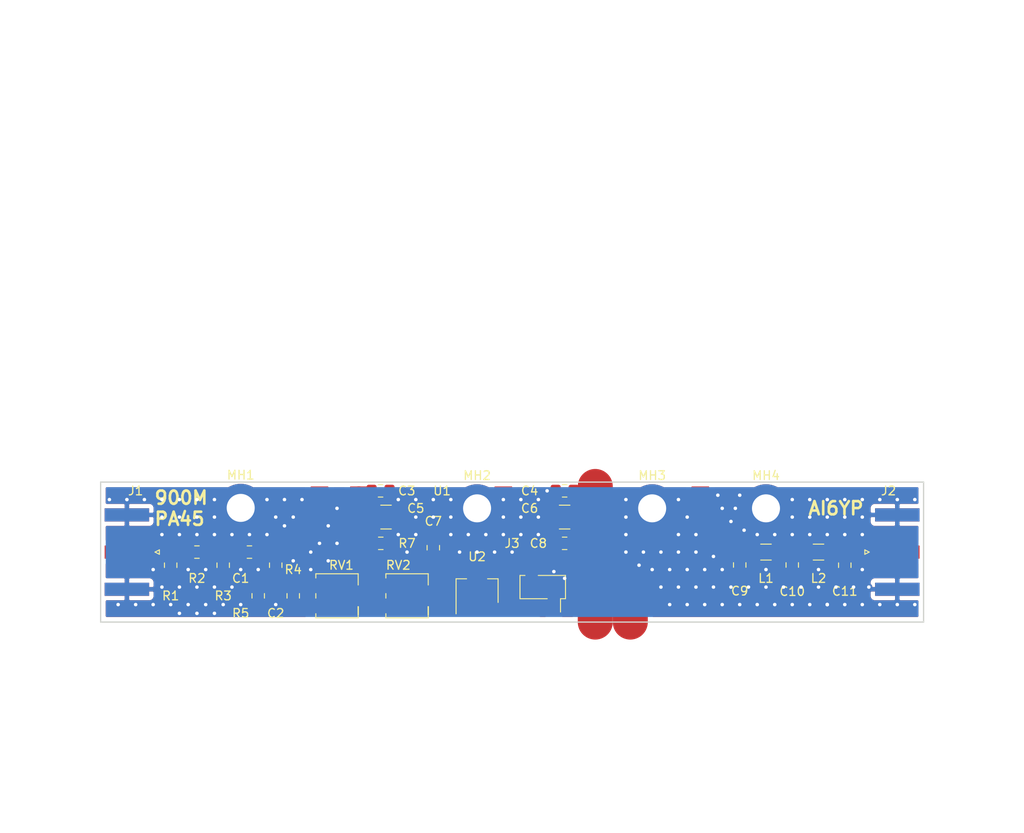
<source format=kicad_pcb>
(kicad_pcb (version 20171130) (host pcbnew 5.0.0)

  (general
    (thickness 1.6)
    (drawings 22)
    (tracks 243)
    (zones 0)
    (modules 30)
    (nets 12)
  )

  (page A4)
  (layers
    (0 F.Cu signal)
    (31 B.Cu signal)
    (32 B.Adhes user)
    (33 F.Adhes user)
    (34 B.Paste user)
    (35 F.Paste user)
    (36 B.SilkS user)
    (37 F.SilkS user)
    (38 B.Mask user)
    (39 F.Mask user)
    (40 Dwgs.User user)
    (41 Cmts.User user)
    (42 Eco1.User user)
    (43 Eco2.User user)
    (44 Edge.Cuts user)
    (45 Margin user)
    (46 B.CrtYd user)
    (47 F.CrtYd user)
    (48 B.Fab user)
    (49 F.Fab user)
  )

  (setup
    (last_trace_width 0.5)
    (trace_clearance 0.2)
    (zone_clearance 0.508)
    (zone_45_only no)
    (trace_min 0.2)
    (segment_width 4)
    (edge_width 0.15)
    (via_size 0.8)
    (via_drill 0.4)
    (via_min_size 0.4)
    (via_min_drill 0.3)
    (uvia_size 0.3)
    (uvia_drill 0.1)
    (uvias_allowed no)
    (uvia_min_size 0.2)
    (uvia_min_drill 0.1)
    (pcb_text_width 0.3)
    (pcb_text_size 1.5 1.5)
    (mod_edge_width 0.15)
    (mod_text_size 1 1)
    (mod_text_width 0.15)
    (pad_size 5.5 5.5)
    (pad_drill 3.2)
    (pad_to_mask_clearance 0.2)
    (aux_axis_origin 0 0)
    (visible_elements FFFFFF7F)
    (pcbplotparams
      (layerselection 0x010f0_ffffffff)
      (usegerberextensions false)
      (usegerberattributes false)
      (usegerberadvancedattributes false)
      (creategerberjobfile false)
      (excludeedgelayer true)
      (linewidth 0.100000)
      (plotframeref false)
      (viasonmask false)
      (mode 1)
      (useauxorigin false)
      (hpglpennumber 1)
      (hpglpenspeed 20)
      (hpglpendiameter 15.000000)
      (psnegative false)
      (psa4output false)
      (plotreference true)
      (plotvalue true)
      (plotinvisibletext false)
      (padsonsilk false)
      (subtractmaskfromsilk false)
      (outputformat 1)
      (mirror false)
      (drillshape 0)
      (scaleselection 1)
      (outputdirectory "./gerber/"))
  )

  (net 0 "")
  (net 1 GNDPWR)
  (net 2 "Net-(J1-Pad1)")
  (net 3 "Net-(C1-Pad1)")
  (net 4 +12V)
  (net 5 "Net-(C3-Pad1)")
  (net 6 "Net-(C9-Pad2)")
  (net 7 "Net-(C2-Pad1)")
  (net 8 "Net-(C1-Pad2)")
  (net 9 "Net-(C7-Pad1)")
  (net 10 "Net-(C11-Pad2)")
  (net 11 "Net-(C10-Pad2)")

  (net_class Default "This is the default net class."
    (clearance 0.2)
    (trace_width 0.5)
    (via_dia 0.8)
    (via_drill 0.4)
    (uvia_dia 0.3)
    (uvia_drill 0.1)
    (add_net +12V)
    (add_net GNDPWR)
    (add_net "Net-(C1-Pad1)")
    (add_net "Net-(C1-Pad2)")
    (add_net "Net-(C10-Pad2)")
    (add_net "Net-(C11-Pad2)")
    (add_net "Net-(C2-Pad1)")
    (add_net "Net-(C3-Pad1)")
    (add_net "Net-(C7-Pad1)")
    (add_net "Net-(C9-Pad2)")
    (add_net "Net-(J1-Pad1)")
  )

  (net_class 50om ""
    (clearance 0.8)
    (trace_width 2)
    (via_dia 1)
    (via_drill 0.8)
    (uvia_dia 0.3)
    (uvia_drill 0.1)
  )

  (module Connector_PinHeader_2.54mm:PinHeader_1x02_P2.54mm_Vertical_SMD_Pin1Right (layer F.Cu) (tedit 59FED5CC) (tstamp 5BB5CFF9)
    (at 142.5 117 270)
    (descr "surface-mounted straight pin header, 1x02, 2.54mm pitch, single row, style 2 (pin 1 right)")
    (tags "Surface mounted pin header SMD 1x02 2.54mm single row style2 pin1 right")
    (path /5BA5391C)
    (attr smd)
    (fp_text reference J3 (at -5 3.5) (layer F.SilkS)
      (effects (font (size 1 1) (thickness 0.15)))
    )
    (fp_text value Conn_01x04_Male (at 0 3.6 270) (layer F.Fab)
      (effects (font (size 1 1) (thickness 0.15)))
    )
    (fp_line (start 1.27 2.54) (end -1.27 2.54) (layer F.Fab) (width 0.1))
    (fp_line (start -1.27 -2.54) (end 0.32 -2.54) (layer F.Fab) (width 0.1))
    (fp_line (start 1.27 2.54) (end 1.27 -1.59) (layer F.Fab) (width 0.1))
    (fp_line (start 1.27 -1.59) (end 0.32 -2.54) (layer F.Fab) (width 0.1))
    (fp_line (start -1.27 -2.54) (end -1.27 2.54) (layer F.Fab) (width 0.1))
    (fp_line (start -1.27 0.95) (end -2.54 0.95) (layer F.Fab) (width 0.1))
    (fp_line (start -2.54 0.95) (end -2.54 1.59) (layer F.Fab) (width 0.1))
    (fp_line (start -2.54 1.59) (end -1.27 1.59) (layer F.Fab) (width 0.1))
    (fp_line (start 1.27 -1.59) (end 2.54 -1.59) (layer F.Fab) (width 0.1))
    (fp_line (start 2.54 -1.59) (end 2.54 -0.95) (layer F.Fab) (width 0.1))
    (fp_line (start 2.54 -0.95) (end 1.27 -0.95) (layer F.Fab) (width 0.1))
    (fp_line (start -1.33 -2.6) (end 1.33 -2.6) (layer F.SilkS) (width 0.12))
    (fp_line (start -1.33 2.6) (end 1.33 2.6) (layer F.SilkS) (width 0.12))
    (fp_line (start 1.33 -0.51) (end 1.33 2.6) (layer F.SilkS) (width 0.12))
    (fp_line (start -1.33 -2.6) (end -1.33 0.51) (layer F.SilkS) (width 0.12))
    (fp_line (start 1.33 -2.03) (end 2.85 -2.03) (layer F.SilkS) (width 0.12))
    (fp_line (start 1.33 -2.6) (end 1.33 -2.03) (layer F.SilkS) (width 0.12))
    (fp_line (start -1.33 2.03) (end -1.33 2.6) (layer F.SilkS) (width 0.12))
    (fp_line (start -3.45 -3.05) (end -3.45 3.05) (layer F.CrtYd) (width 0.05))
    (fp_line (start -3.45 3.05) (end 3.45 3.05) (layer F.CrtYd) (width 0.05))
    (fp_line (start 3.45 3.05) (end 3.45 -3.05) (layer F.CrtYd) (width 0.05))
    (fp_line (start 3.45 -3.05) (end -3.45 -3.05) (layer F.CrtYd) (width 0.05))
    (fp_text user %R (at 2.155 1.69) (layer F.Fab)
      (effects (font (size 1 1) (thickness 0.15)))
    )
    (pad 2 smd rect (at -1.655 1.27 270) (size 2.51 1) (layers F.Cu F.Paste F.Mask)
      (net 4 +12V))
    (pad 1 smd rect (at 1.655 -1.27 270) (size 2.51 1) (layers F.Cu F.Paste F.Mask)
      (net 1 GNDPWR))
    (model ${KISYS3DMOD}/Connector_PinHeader_2.54mm.3dshapes/PinHeader_1x02_P2.54mm_Vertical_SMD_Pin1Right.wrl
      (at (xyz 0 0 0))
      (scale (xyz 1 1 1))
      (rotate (xyz 0 0 0))
    )
  )

  (module Capacitor_SMD:C_0805_2012Metric_Pad1.15x1.40mm_HandSolder (layer F.Cu) (tedit 5B36C52B) (tstamp 5BA476CD)
    (at 114 118 270)
    (descr "Capacitor SMD 0805 (2012 Metric), square (rectangular) end terminal, IPC_7351 nominal with elongated pad for handsoldering. (Body size source: https://docs.google.com/spreadsheets/d/1BsfQQcO9C6DZCsRaXUlFlo91Tg2WpOkGARC1WS5S8t0/edit?usp=sharing), generated with kicad-footprint-generator")
    (tags "capacitor handsolder")
    (path /5BA5ECF8)
    (attr smd)
    (fp_text reference C2 (at 2 2) (layer F.SilkS)
      (effects (font (size 1 1) (thickness 0.15)))
    )
    (fp_text value 4700 (at 0 1.65 270) (layer F.Fab)
      (effects (font (size 1 1) (thickness 0.15)))
    )
    (fp_text user %R (at 0 0 270) (layer F.Fab)
      (effects (font (size 0.5 0.5) (thickness 0.08)))
    )
    (fp_line (start 1.85 0.95) (end -1.85 0.95) (layer F.CrtYd) (width 0.05))
    (fp_line (start 1.85 -0.95) (end 1.85 0.95) (layer F.CrtYd) (width 0.05))
    (fp_line (start -1.85 -0.95) (end 1.85 -0.95) (layer F.CrtYd) (width 0.05))
    (fp_line (start -1.85 0.95) (end -1.85 -0.95) (layer F.CrtYd) (width 0.05))
    (fp_line (start -0.261252 0.71) (end 0.261252 0.71) (layer F.SilkS) (width 0.12))
    (fp_line (start -0.261252 -0.71) (end 0.261252 -0.71) (layer F.SilkS) (width 0.12))
    (fp_line (start 1 0.6) (end -1 0.6) (layer F.Fab) (width 0.1))
    (fp_line (start 1 -0.6) (end 1 0.6) (layer F.Fab) (width 0.1))
    (fp_line (start -1 -0.6) (end 1 -0.6) (layer F.Fab) (width 0.1))
    (fp_line (start -1 0.6) (end -1 -0.6) (layer F.Fab) (width 0.1))
    (pad 2 smd roundrect (at 1.025 0 270) (size 1.15 1.4) (layers F.Cu F.Paste F.Mask) (roundrect_rratio 0.217391)
      (net 1 GNDPWR))
    (pad 1 smd roundrect (at -1.025 0 270) (size 1.15 1.4) (layers F.Cu F.Paste F.Mask) (roundrect_rratio 0.217391)
      (net 7 "Net-(C2-Pad1)"))
    (model ${KISYS3DMOD}/Capacitor_SMD.3dshapes/C_0805_2012Metric.wrl
      (at (xyz 0 0 0))
      (scale (xyz 1 1 1))
      (rotate (xyz 0 0 0))
    )
  )

  (module Capacitor_SMD:C_0805_2012Metric_Pad1.15x1.40mm_HandSolder (layer F.Cu) (tedit 5B36C52B) (tstamp 5BA4A333)
    (at 123.975 106)
    (descr "Capacitor SMD 0805 (2012 Metric), square (rectangular) end terminal, IPC_7351 nominal with elongated pad for handsoldering. (Body size source: https://docs.google.com/spreadsheets/d/1BsfQQcO9C6DZCsRaXUlFlo91Tg2WpOkGARC1WS5S8t0/edit?usp=sharing), generated with kicad-footprint-generator")
    (tags "capacitor handsolder")
    (path /5BA3A4DC)
    (attr smd)
    (fp_text reference C3 (at 3 0) (layer F.SilkS)
      (effects (font (size 1 1) (thickness 0.15)))
    )
    (fp_text value 4700 (at 0 1.65) (layer F.Fab)
      (effects (font (size 1 1) (thickness 0.15)))
    )
    (fp_line (start -1 0.6) (end -1 -0.6) (layer F.Fab) (width 0.1))
    (fp_line (start -1 -0.6) (end 1 -0.6) (layer F.Fab) (width 0.1))
    (fp_line (start 1 -0.6) (end 1 0.6) (layer F.Fab) (width 0.1))
    (fp_line (start 1 0.6) (end -1 0.6) (layer F.Fab) (width 0.1))
    (fp_line (start -0.261252 -0.71) (end 0.261252 -0.71) (layer F.SilkS) (width 0.12))
    (fp_line (start -0.261252 0.71) (end 0.261252 0.71) (layer F.SilkS) (width 0.12))
    (fp_line (start -1.85 0.95) (end -1.85 -0.95) (layer F.CrtYd) (width 0.05))
    (fp_line (start -1.85 -0.95) (end 1.85 -0.95) (layer F.CrtYd) (width 0.05))
    (fp_line (start 1.85 -0.95) (end 1.85 0.95) (layer F.CrtYd) (width 0.05))
    (fp_line (start 1.85 0.95) (end -1.85 0.95) (layer F.CrtYd) (width 0.05))
    (fp_text user %R (at 0 0) (layer F.Fab)
      (effects (font (size 0.5 0.5) (thickness 0.08)))
    )
    (pad 1 smd roundrect (at -1.025 0) (size 1.15 1.4) (layers F.Cu F.Paste F.Mask) (roundrect_rratio 0.217391)
      (net 5 "Net-(C3-Pad1)"))
    (pad 2 smd roundrect (at 1.025 0) (size 1.15 1.4) (layers F.Cu F.Paste F.Mask) (roundrect_rratio 0.217391)
      (net 1 GNDPWR))
    (model ${KISYS3DMOD}/Capacitor_SMD.3dshapes/C_0805_2012Metric.wrl
      (at (xyz 0 0 0))
      (scale (xyz 1 1 1))
      (rotate (xyz 0 0 0))
    )
  )

  (module Capacitor_SMD:C_0805_2012Metric_Pad1.15x1.40mm_HandSolder (layer F.Cu) (tedit 5B36C52B) (tstamp 5BA46B73)
    (at 145 106)
    (descr "Capacitor SMD 0805 (2012 Metric), square (rectangular) end terminal, IPC_7351 nominal with elongated pad for handsoldering. (Body size source: https://docs.google.com/spreadsheets/d/1BsfQQcO9C6DZCsRaXUlFlo91Tg2WpOkGARC1WS5S8t0/edit?usp=sharing), generated with kicad-footprint-generator")
    (tags "capacitor handsolder")
    (path /5BA09CA3)
    (attr smd)
    (fp_text reference C4 (at -4 0) (layer F.SilkS)
      (effects (font (size 1 1) (thickness 0.15)))
    )
    (fp_text value 4700 (at 0 1.65) (layer F.Fab)
      (effects (font (size 1 1) (thickness 0.15)))
    )
    (fp_text user %R (at 0 0) (layer F.Fab)
      (effects (font (size 0.5 0.5) (thickness 0.08)))
    )
    (fp_line (start 1.85 0.95) (end -1.85 0.95) (layer F.CrtYd) (width 0.05))
    (fp_line (start 1.85 -0.95) (end 1.85 0.95) (layer F.CrtYd) (width 0.05))
    (fp_line (start -1.85 -0.95) (end 1.85 -0.95) (layer F.CrtYd) (width 0.05))
    (fp_line (start -1.85 0.95) (end -1.85 -0.95) (layer F.CrtYd) (width 0.05))
    (fp_line (start -0.261252 0.71) (end 0.261252 0.71) (layer F.SilkS) (width 0.12))
    (fp_line (start -0.261252 -0.71) (end 0.261252 -0.71) (layer F.SilkS) (width 0.12))
    (fp_line (start 1 0.6) (end -1 0.6) (layer F.Fab) (width 0.1))
    (fp_line (start 1 -0.6) (end 1 0.6) (layer F.Fab) (width 0.1))
    (fp_line (start -1 -0.6) (end 1 -0.6) (layer F.Fab) (width 0.1))
    (fp_line (start -1 0.6) (end -1 -0.6) (layer F.Fab) (width 0.1))
    (pad 2 smd roundrect (at 1.025 0) (size 1.15 1.4) (layers F.Cu F.Paste F.Mask) (roundrect_rratio 0.217391)
      (net 4 +12V))
    (pad 1 smd roundrect (at -1.025 0) (size 1.15 1.4) (layers F.Cu F.Paste F.Mask) (roundrect_rratio 0.217391)
      (net 1 GNDPWR))
    (model ${KISYS3DMOD}/Capacitor_SMD.3dshapes/C_0805_2012Metric.wrl
      (at (xyz 0 0 0))
      (scale (xyz 1 1 1))
      (rotate (xyz 0 0 0))
    )
  )

  (module Capacitor_SMD:C_0805_2012Metric_Pad1.15x1.40mm_HandSolder (layer F.Cu) (tedit 5B36C52B) (tstamp 5BA46B63)
    (at 130 112.5 90)
    (descr "Capacitor SMD 0805 (2012 Metric), square (rectangular) end terminal, IPC_7351 nominal with elongated pad for handsoldering. (Body size source: https://docs.google.com/spreadsheets/d/1BsfQQcO9C6DZCsRaXUlFlo91Tg2WpOkGARC1WS5S8t0/edit?usp=sharing), generated with kicad-footprint-generator")
    (tags "capacitor handsolder")
    (path /5BA0A167)
    (attr smd)
    (fp_text reference C7 (at 3.025 0 180) (layer F.SilkS)
      (effects (font (size 1 1) (thickness 0.15)))
    )
    (fp_text value 0.1 (at 0 1.65 90) (layer F.Fab)
      (effects (font (size 1 1) (thickness 0.15)))
    )
    (fp_line (start -1 0.6) (end -1 -0.6) (layer F.Fab) (width 0.1))
    (fp_line (start -1 -0.6) (end 1 -0.6) (layer F.Fab) (width 0.1))
    (fp_line (start 1 -0.6) (end 1 0.6) (layer F.Fab) (width 0.1))
    (fp_line (start 1 0.6) (end -1 0.6) (layer F.Fab) (width 0.1))
    (fp_line (start -0.261252 -0.71) (end 0.261252 -0.71) (layer F.SilkS) (width 0.12))
    (fp_line (start -0.261252 0.71) (end 0.261252 0.71) (layer F.SilkS) (width 0.12))
    (fp_line (start -1.85 0.95) (end -1.85 -0.95) (layer F.CrtYd) (width 0.05))
    (fp_line (start -1.85 -0.95) (end 1.85 -0.95) (layer F.CrtYd) (width 0.05))
    (fp_line (start 1.85 -0.95) (end 1.85 0.95) (layer F.CrtYd) (width 0.05))
    (fp_line (start 1.85 0.95) (end -1.85 0.95) (layer F.CrtYd) (width 0.05))
    (fp_text user %R (at 0 0 90) (layer F.Fab)
      (effects (font (size 0.5 0.5) (thickness 0.08)))
    )
    (pad 1 smd roundrect (at -1.025 0 90) (size 1.15 1.4) (layers F.Cu F.Paste F.Mask) (roundrect_rratio 0.217391)
      (net 9 "Net-(C7-Pad1)"))
    (pad 2 smd roundrect (at 1.025 0 90) (size 1.15 1.4) (layers F.Cu F.Paste F.Mask) (roundrect_rratio 0.217391)
      (net 1 GNDPWR))
    (model ${KISYS3DMOD}/Capacitor_SMD.3dshapes/C_0805_2012Metric.wrl
      (at (xyz 0 0 0))
      (scale (xyz 1 1 1))
      (rotate (xyz 0 0 0))
    )
  )

  (module Capacitor_SMD:C_0805_2012Metric_Pad1.15x1.40mm_HandSolder (layer F.Cu) (tedit 5B36C52B) (tstamp 5BA46B53)
    (at 145 112 180)
    (descr "Capacitor SMD 0805 (2012 Metric), square (rectangular) end terminal, IPC_7351 nominal with elongated pad for handsoldering. (Body size source: https://docs.google.com/spreadsheets/d/1BsfQQcO9C6DZCsRaXUlFlo91Tg2WpOkGARC1WS5S8t0/edit?usp=sharing), generated with kicad-footprint-generator")
    (tags "capacitor handsolder")
    (path /5BA61832)
    (attr smd)
    (fp_text reference C8 (at 3 0 180) (layer F.SilkS)
      (effects (font (size 1 1) (thickness 0.15)))
    )
    (fp_text value 0.1 (at 0 1.65 180) (layer F.Fab)
      (effects (font (size 1 1) (thickness 0.15)))
    )
    (fp_text user %R (at 0 0 180) (layer F.Fab)
      (effects (font (size 0.5 0.5) (thickness 0.08)))
    )
    (fp_line (start 1.85 0.95) (end -1.85 0.95) (layer F.CrtYd) (width 0.05))
    (fp_line (start 1.85 -0.95) (end 1.85 0.95) (layer F.CrtYd) (width 0.05))
    (fp_line (start -1.85 -0.95) (end 1.85 -0.95) (layer F.CrtYd) (width 0.05))
    (fp_line (start -1.85 0.95) (end -1.85 -0.95) (layer F.CrtYd) (width 0.05))
    (fp_line (start -0.261252 0.71) (end 0.261252 0.71) (layer F.SilkS) (width 0.12))
    (fp_line (start -0.261252 -0.71) (end 0.261252 -0.71) (layer F.SilkS) (width 0.12))
    (fp_line (start 1 0.6) (end -1 0.6) (layer F.Fab) (width 0.1))
    (fp_line (start 1 -0.6) (end 1 0.6) (layer F.Fab) (width 0.1))
    (fp_line (start -1 -0.6) (end 1 -0.6) (layer F.Fab) (width 0.1))
    (fp_line (start -1 0.6) (end -1 -0.6) (layer F.Fab) (width 0.1))
    (pad 2 smd roundrect (at 1.025 0 180) (size 1.15 1.4) (layers F.Cu F.Paste F.Mask) (roundrect_rratio 0.217391)
      (net 1 GNDPWR))
    (pad 1 smd roundrect (at -1.025 0 180) (size 1.15 1.4) (layers F.Cu F.Paste F.Mask) (roundrect_rratio 0.217391)
      (net 4 +12V))
    (model ${KISYS3DMOD}/Capacitor_SMD.3dshapes/C_0805_2012Metric.wrl
      (at (xyz 0 0 0))
      (scale (xyz 1 1 1))
      (rotate (xyz 0 0 0))
    )
  )

  (module Capacitor_SMD:C_0805_2012Metric_Pad1.15x1.40mm_HandSolder (layer F.Cu) (tedit 5B36C52B) (tstamp 5BA46AE3)
    (at 109 113 180)
    (descr "Capacitor SMD 0805 (2012 Metric), square (rectangular) end terminal, IPC_7351 nominal with elongated pad for handsoldering. (Body size source: https://docs.google.com/spreadsheets/d/1BsfQQcO9C6DZCsRaXUlFlo91Tg2WpOkGARC1WS5S8t0/edit?usp=sharing), generated with kicad-footprint-generator")
    (tags "capacitor handsolder")
    (path /5BA338E3)
    (attr smd)
    (fp_text reference C1 (at 1 -3 180) (layer F.SilkS)
      (effects (font (size 1 1) (thickness 0.15)))
    )
    (fp_text value 1000 (at 0 1.65 180) (layer F.Fab)
      (effects (font (size 1 1) (thickness 0.15)))
    )
    (fp_line (start -1 0.6) (end -1 -0.6) (layer F.Fab) (width 0.1))
    (fp_line (start -1 -0.6) (end 1 -0.6) (layer F.Fab) (width 0.1))
    (fp_line (start 1 -0.6) (end 1 0.6) (layer F.Fab) (width 0.1))
    (fp_line (start 1 0.6) (end -1 0.6) (layer F.Fab) (width 0.1))
    (fp_line (start -0.261252 -0.71) (end 0.261252 -0.71) (layer F.SilkS) (width 0.12))
    (fp_line (start -0.261252 0.71) (end 0.261252 0.71) (layer F.SilkS) (width 0.12))
    (fp_line (start -1.85 0.95) (end -1.85 -0.95) (layer F.CrtYd) (width 0.05))
    (fp_line (start -1.85 -0.95) (end 1.85 -0.95) (layer F.CrtYd) (width 0.05))
    (fp_line (start 1.85 -0.95) (end 1.85 0.95) (layer F.CrtYd) (width 0.05))
    (fp_line (start 1.85 0.95) (end -1.85 0.95) (layer F.CrtYd) (width 0.05))
    (fp_text user %R (at 0 0 180) (layer F.Fab)
      (effects (font (size 0.5 0.5) (thickness 0.08)))
    )
    (pad 1 smd roundrect (at -1.025 0 180) (size 1.15 1.4) (layers F.Cu F.Paste F.Mask) (roundrect_rratio 0.217391)
      (net 3 "Net-(C1-Pad1)"))
    (pad 2 smd roundrect (at 1.025 0 180) (size 1.15 1.4) (layers F.Cu F.Paste F.Mask) (roundrect_rratio 0.217391)
      (net 8 "Net-(C1-Pad2)"))
    (model ${KISYS3DMOD}/Capacitor_SMD.3dshapes/C_0805_2012Metric.wrl
      (at (xyz 0 0 0))
      (scale (xyz 1 1 1))
      (rotate (xyz 0 0 0))
    )
  )

  (module Resistor_SMD:R_0805_2012Metric_Pad1.15x1.40mm_HandSolder (layer F.Cu) (tedit 5B36C52B) (tstamp 5BA43925)
    (at 100 114.5 270)
    (descr "Resistor SMD 0805 (2012 Metric), square (rectangular) end terminal, IPC_7351 nominal with elongated pad for handsoldering. (Body size source: https://docs.google.com/spreadsheets/d/1BsfQQcO9C6DZCsRaXUlFlo91Tg2WpOkGARC1WS5S8t0/edit?usp=sharing), generated with kicad-footprint-generator")
    (tags "resistor handsolder")
    (path /5BA31AA6)
    (attr smd)
    (fp_text reference R1 (at 3.5 0) (layer F.SilkS)
      (effects (font (size 1 1) (thickness 0.15)))
    )
    (fp_text value 300 (at 0 1.65 270) (layer F.Fab)
      (effects (font (size 1 1) (thickness 0.15)))
    )
    (fp_text user %R (at 0 0 270) (layer F.Fab)
      (effects (font (size 0.5 0.5) (thickness 0.08)))
    )
    (fp_line (start 1.85 0.95) (end -1.85 0.95) (layer F.CrtYd) (width 0.05))
    (fp_line (start 1.85 -0.95) (end 1.85 0.95) (layer F.CrtYd) (width 0.05))
    (fp_line (start -1.85 -0.95) (end 1.85 -0.95) (layer F.CrtYd) (width 0.05))
    (fp_line (start -1.85 0.95) (end -1.85 -0.95) (layer F.CrtYd) (width 0.05))
    (fp_line (start -0.261252 0.71) (end 0.261252 0.71) (layer F.SilkS) (width 0.12))
    (fp_line (start -0.261252 -0.71) (end 0.261252 -0.71) (layer F.SilkS) (width 0.12))
    (fp_line (start 1 0.6) (end -1 0.6) (layer F.Fab) (width 0.1))
    (fp_line (start 1 -0.6) (end 1 0.6) (layer F.Fab) (width 0.1))
    (fp_line (start -1 -0.6) (end 1 -0.6) (layer F.Fab) (width 0.1))
    (fp_line (start -1 0.6) (end -1 -0.6) (layer F.Fab) (width 0.1))
    (pad 2 smd roundrect (at 1.025 0 270) (size 1.15 1.4) (layers F.Cu F.Paste F.Mask) (roundrect_rratio 0.217391)
      (net 1 GNDPWR))
    (pad 1 smd roundrect (at -1.025 0 270) (size 1.15 1.4) (layers F.Cu F.Paste F.Mask) (roundrect_rratio 0.217391)
      (net 2 "Net-(J1-Pad1)"))
    (model ${KISYS3DMOD}/Resistor_SMD.3dshapes/R_0805_2012Metric.wrl
      (at (xyz 0 0 0))
      (scale (xyz 1 1 1))
      (rotate (xyz 0 0 0))
    )
  )

  (module Resistor_SMD:R_0805_2012Metric_Pad1.15x1.40mm_HandSolder (layer F.Cu) (tedit 5B36C52B) (tstamp 5BA43915)
    (at 103 113 180)
    (descr "Resistor SMD 0805 (2012 Metric), square (rectangular) end terminal, IPC_7351 nominal with elongated pad for handsoldering. (Body size source: https://docs.google.com/spreadsheets/d/1BsfQQcO9C6DZCsRaXUlFlo91Tg2WpOkGARC1WS5S8t0/edit?usp=sharing), generated with kicad-footprint-generator")
    (tags "resistor handsolder")
    (path /5BA323E0)
    (attr smd)
    (fp_text reference R2 (at 0 -3 180) (layer F.SilkS)
      (effects (font (size 1 1) (thickness 0.15)))
    )
    (fp_text value 18 (at 0 1.65 180) (layer F.Fab)
      (effects (font (size 1 1) (thickness 0.15)))
    )
    (fp_line (start -1 0.6) (end -1 -0.6) (layer F.Fab) (width 0.1))
    (fp_line (start -1 -0.6) (end 1 -0.6) (layer F.Fab) (width 0.1))
    (fp_line (start 1 -0.6) (end 1 0.6) (layer F.Fab) (width 0.1))
    (fp_line (start 1 0.6) (end -1 0.6) (layer F.Fab) (width 0.1))
    (fp_line (start -0.261252 -0.71) (end 0.261252 -0.71) (layer F.SilkS) (width 0.12))
    (fp_line (start -0.261252 0.71) (end 0.261252 0.71) (layer F.SilkS) (width 0.12))
    (fp_line (start -1.85 0.95) (end -1.85 -0.95) (layer F.CrtYd) (width 0.05))
    (fp_line (start -1.85 -0.95) (end 1.85 -0.95) (layer F.CrtYd) (width 0.05))
    (fp_line (start 1.85 -0.95) (end 1.85 0.95) (layer F.CrtYd) (width 0.05))
    (fp_line (start 1.85 0.95) (end -1.85 0.95) (layer F.CrtYd) (width 0.05))
    (fp_text user %R (at 0 0 180) (layer F.Fab)
      (effects (font (size 0.5 0.5) (thickness 0.08)))
    )
    (pad 1 smd roundrect (at -1.025 0 180) (size 1.15 1.4) (layers F.Cu F.Paste F.Mask) (roundrect_rratio 0.217391)
      (net 8 "Net-(C1-Pad2)"))
    (pad 2 smd roundrect (at 1.025 0 180) (size 1.15 1.4) (layers F.Cu F.Paste F.Mask) (roundrect_rratio 0.217391)
      (net 2 "Net-(J1-Pad1)"))
    (model ${KISYS3DMOD}/Resistor_SMD.3dshapes/R_0805_2012Metric.wrl
      (at (xyz 0 0 0))
      (scale (xyz 1 1 1))
      (rotate (xyz 0 0 0))
    )
  )

  (module Resistor_SMD:R_0805_2012Metric_Pad1.15x1.40mm_HandSolder (layer F.Cu) (tedit 5B36C52B) (tstamp 5BA43905)
    (at 106 114.5 270)
    (descr "Resistor SMD 0805 (2012 Metric), square (rectangular) end terminal, IPC_7351 nominal with elongated pad for handsoldering. (Body size source: https://docs.google.com/spreadsheets/d/1BsfQQcO9C6DZCsRaXUlFlo91Tg2WpOkGARC1WS5S8t0/edit?usp=sharing), generated with kicad-footprint-generator")
    (tags "resistor handsolder")
    (path /5BA31A1C)
    (attr smd)
    (fp_text reference R3 (at 3.5 0) (layer F.SilkS)
      (effects (font (size 1 1) (thickness 0.15)))
    )
    (fp_text value 300 (at 0 1.65 270) (layer F.Fab)
      (effects (font (size 1 1) (thickness 0.15)))
    )
    (fp_text user %R (at 0 0 270) (layer F.Fab)
      (effects (font (size 0.5 0.5) (thickness 0.08)))
    )
    (fp_line (start 1.85 0.95) (end -1.85 0.95) (layer F.CrtYd) (width 0.05))
    (fp_line (start 1.85 -0.95) (end 1.85 0.95) (layer F.CrtYd) (width 0.05))
    (fp_line (start -1.85 -0.95) (end 1.85 -0.95) (layer F.CrtYd) (width 0.05))
    (fp_line (start -1.85 0.95) (end -1.85 -0.95) (layer F.CrtYd) (width 0.05))
    (fp_line (start -0.261252 0.71) (end 0.261252 0.71) (layer F.SilkS) (width 0.12))
    (fp_line (start -0.261252 -0.71) (end 0.261252 -0.71) (layer F.SilkS) (width 0.12))
    (fp_line (start 1 0.6) (end -1 0.6) (layer F.Fab) (width 0.1))
    (fp_line (start 1 -0.6) (end 1 0.6) (layer F.Fab) (width 0.1))
    (fp_line (start -1 -0.6) (end 1 -0.6) (layer F.Fab) (width 0.1))
    (fp_line (start -1 0.6) (end -1 -0.6) (layer F.Fab) (width 0.1))
    (pad 2 smd roundrect (at 1.025 0 270) (size 1.15 1.4) (layers F.Cu F.Paste F.Mask) (roundrect_rratio 0.217391)
      (net 1 GNDPWR))
    (pad 1 smd roundrect (at -1.025 0 270) (size 1.15 1.4) (layers F.Cu F.Paste F.Mask) (roundrect_rratio 0.217391)
      (net 8 "Net-(C1-Pad2)"))
    (model ${KISYS3DMOD}/Resistor_SMD.3dshapes/R_0805_2012Metric.wrl
      (at (xyz 0 0 0))
      (scale (xyz 1 1 1))
      (rotate (xyz 0 0 0))
    )
  )

  (module Resistor_SMD:R_0805_2012Metric_Pad1.15x1.40mm_HandSolder (layer F.Cu) (tedit 5B36C52B) (tstamp 5BA438F5)
    (at 112 114.5 270)
    (descr "Resistor SMD 0805 (2012 Metric), square (rectangular) end terminal, IPC_7351 nominal with elongated pad for handsoldering. (Body size source: https://docs.google.com/spreadsheets/d/1BsfQQcO9C6DZCsRaXUlFlo91Tg2WpOkGARC1WS5S8t0/edit?usp=sharing), generated with kicad-footprint-generator")
    (tags "resistor handsolder")
    (path /5BA34DCD)
    (attr smd)
    (fp_text reference R4 (at 0.5 -2) (layer F.SilkS)
      (effects (font (size 1 1) (thickness 0.15)))
    )
    (fp_text value 15k (at 0 1.65 270) (layer F.Fab)
      (effects (font (size 1 1) (thickness 0.15)))
    )
    (fp_line (start -1 0.6) (end -1 -0.6) (layer F.Fab) (width 0.1))
    (fp_line (start -1 -0.6) (end 1 -0.6) (layer F.Fab) (width 0.1))
    (fp_line (start 1 -0.6) (end 1 0.6) (layer F.Fab) (width 0.1))
    (fp_line (start 1 0.6) (end -1 0.6) (layer F.Fab) (width 0.1))
    (fp_line (start -0.261252 -0.71) (end 0.261252 -0.71) (layer F.SilkS) (width 0.12))
    (fp_line (start -0.261252 0.71) (end 0.261252 0.71) (layer F.SilkS) (width 0.12))
    (fp_line (start -1.85 0.95) (end -1.85 -0.95) (layer F.CrtYd) (width 0.05))
    (fp_line (start -1.85 -0.95) (end 1.85 -0.95) (layer F.CrtYd) (width 0.05))
    (fp_line (start 1.85 -0.95) (end 1.85 0.95) (layer F.CrtYd) (width 0.05))
    (fp_line (start 1.85 0.95) (end -1.85 0.95) (layer F.CrtYd) (width 0.05))
    (fp_text user %R (at 0 0 270) (layer F.Fab)
      (effects (font (size 0.5 0.5) (thickness 0.08)))
    )
    (pad 1 smd roundrect (at -1.025 0 270) (size 1.15 1.4) (layers F.Cu F.Paste F.Mask) (roundrect_rratio 0.217391)
      (net 3 "Net-(C1-Pad1)"))
    (pad 2 smd roundrect (at 1.025 0 270) (size 1.15 1.4) (layers F.Cu F.Paste F.Mask) (roundrect_rratio 0.217391)
      (net 7 "Net-(C2-Pad1)"))
    (model ${KISYS3DMOD}/Resistor_SMD.3dshapes/R_0805_2012Metric.wrl
      (at (xyz 0 0 0))
      (scale (xyz 1 1 1))
      (rotate (xyz 0 0 0))
    )
  )

  (module Resistor_SMD:R_0805_2012Metric_Pad1.15x1.40mm_HandSolder (layer F.Cu) (tedit 5B36C52B) (tstamp 5BA438E5)
    (at 110 118 90)
    (descr "Resistor SMD 0805 (2012 Metric), square (rectangular) end terminal, IPC_7351 nominal with elongated pad for handsoldering. (Body size source: https://docs.google.com/spreadsheets/d/1BsfQQcO9C6DZCsRaXUlFlo91Tg2WpOkGARC1WS5S8t0/edit?usp=sharing), generated with kicad-footprint-generator")
    (tags "resistor handsolder")
    (path /5BA5E93C)
    (attr smd)
    (fp_text reference R5 (at -2 -2 180) (layer F.SilkS)
      (effects (font (size 1 1) (thickness 0.15)))
    )
    (fp_text value 470 (at 0 1.65 90) (layer F.Fab)
      (effects (font (size 1 1) (thickness 0.15)))
    )
    (fp_text user %R (at 0 0 90) (layer F.Fab)
      (effects (font (size 0.5 0.5) (thickness 0.08)))
    )
    (fp_line (start 1.85 0.95) (end -1.85 0.95) (layer F.CrtYd) (width 0.05))
    (fp_line (start 1.85 -0.95) (end 1.85 0.95) (layer F.CrtYd) (width 0.05))
    (fp_line (start -1.85 -0.95) (end 1.85 -0.95) (layer F.CrtYd) (width 0.05))
    (fp_line (start -1.85 0.95) (end -1.85 -0.95) (layer F.CrtYd) (width 0.05))
    (fp_line (start -0.261252 0.71) (end 0.261252 0.71) (layer F.SilkS) (width 0.12))
    (fp_line (start -0.261252 -0.71) (end 0.261252 -0.71) (layer F.SilkS) (width 0.12))
    (fp_line (start 1 0.6) (end -1 0.6) (layer F.Fab) (width 0.1))
    (fp_line (start 1 -0.6) (end 1 0.6) (layer F.Fab) (width 0.1))
    (fp_line (start -1 -0.6) (end 1 -0.6) (layer F.Fab) (width 0.1))
    (fp_line (start -1 0.6) (end -1 -0.6) (layer F.Fab) (width 0.1))
    (pad 2 smd roundrect (at 1.025 0 90) (size 1.15 1.4) (layers F.Cu F.Paste F.Mask) (roundrect_rratio 0.217391)
      (net 7 "Net-(C2-Pad1)"))
    (pad 1 smd roundrect (at -1.025 0 90) (size 1.15 1.4) (layers F.Cu F.Paste F.Mask) (roundrect_rratio 0.217391)
      (net 1 GNDPWR))
    (model ${KISYS3DMOD}/Resistor_SMD.3dshapes/R_0805_2012Metric.wrl
      (at (xyz 0 0 0))
      (scale (xyz 1 1 1))
      (rotate (xyz 0 0 0))
    )
  )

  (module Resistor_SMD:R_0805_2012Metric_Pad1.15x1.40mm_HandSolder (layer F.Cu) (tedit 5B36C52B) (tstamp 5BA438D5)
    (at 124 112)
    (descr "Resistor SMD 0805 (2012 Metric), square (rectangular) end terminal, IPC_7351 nominal with elongated pad for handsoldering. (Body size source: https://docs.google.com/spreadsheets/d/1BsfQQcO9C6DZCsRaXUlFlo91Tg2WpOkGARC1WS5S8t0/edit?usp=sharing), generated with kicad-footprint-generator")
    (tags "resistor handsolder")
    (path /5BA5E85C)
    (attr smd)
    (fp_text reference R7 (at 3 0) (layer F.SilkS)
      (effects (font (size 1 1) (thickness 0.15)))
    )
    (fp_text value 470 (at 0 1.65) (layer F.Fab)
      (effects (font (size 1 1) (thickness 0.15)))
    )
    (fp_line (start -1 0.6) (end -1 -0.6) (layer F.Fab) (width 0.1))
    (fp_line (start -1 -0.6) (end 1 -0.6) (layer F.Fab) (width 0.1))
    (fp_line (start 1 -0.6) (end 1 0.6) (layer F.Fab) (width 0.1))
    (fp_line (start 1 0.6) (end -1 0.6) (layer F.Fab) (width 0.1))
    (fp_line (start -0.261252 -0.71) (end 0.261252 -0.71) (layer F.SilkS) (width 0.12))
    (fp_line (start -0.261252 0.71) (end 0.261252 0.71) (layer F.SilkS) (width 0.12))
    (fp_line (start -1.85 0.95) (end -1.85 -0.95) (layer F.CrtYd) (width 0.05))
    (fp_line (start -1.85 -0.95) (end 1.85 -0.95) (layer F.CrtYd) (width 0.05))
    (fp_line (start 1.85 -0.95) (end 1.85 0.95) (layer F.CrtYd) (width 0.05))
    (fp_line (start 1.85 0.95) (end -1.85 0.95) (layer F.CrtYd) (width 0.05))
    (fp_text user %R (at 0 0) (layer F.Fab)
      (effects (font (size 0.5 0.5) (thickness 0.08)))
    )
    (pad 1 smd roundrect (at -1.025 0) (size 1.15 1.4) (layers F.Cu F.Paste F.Mask) (roundrect_rratio 0.217391)
      (net 5 "Net-(C3-Pad1)"))
    (pad 2 smd roundrect (at 1.025 0) (size 1.15 1.4) (layers F.Cu F.Paste F.Mask) (roundrect_rratio 0.217391)
      (net 1 GNDPWR))
    (model ${KISYS3DMOD}/Resistor_SMD.3dshapes/R_0805_2012Metric.wrl
      (at (xyz 0 0 0))
      (scale (xyz 1 1 1))
      (rotate (xyz 0 0 0))
    )
  )

  (module Potentiometer_SMD:Potentiometer_Bourns_3214G_Horizontal (layer F.Cu) (tedit 5BA34D71) (tstamp 5BA398C9)
    (at 119 118 180)
    (descr "Potentiometer, horizontal, Bourns 3214G, https://www.bourns.com/docs/Product-Datasheets/3214.pdf")
    (tags "Potentiometer horizontal Bourns 3214G")
    (path /5BA5E8E2)
    (attr smd)
    (fp_text reference RV1 (at -0.5 3.5 180) (layer F.SilkS)
      (effects (font (size 1 1) (thickness 0.15)))
    )
    (fp_text value 500 (at 0 3.65 180) (layer F.Fab) hide
      (effects (font (size 1 1) (thickness 0.15)))
    )
    (fp_text user %R (at 0 0 180) (layer F.Fab) hide
      (effects (font (size 1 1) (thickness 0.15)))
    )
    (fp_line (start 3.5 -2.65) (end -3.5 -2.65) (layer F.CrtYd) (width 0.05))
    (fp_line (start 3.5 2.65) (end 3.5 -2.65) (layer F.CrtYd) (width 0.05))
    (fp_line (start -3.5 2.65) (end 3.5 2.65) (layer F.CrtYd) (width 0.05))
    (fp_line (start -3.5 -2.65) (end -3.5 2.65) (layer F.CrtYd) (width 0.05))
    (fp_line (start -2.42 -2.14) (end -2.42 -1.24) (layer F.SilkS) (width 0.12))
    (fp_line (start -2.42 -2.14) (end -2.42 -1.24) (layer F.SilkS) (width 0.12))
    (fp_line (start -2.42 -2.14) (end -2.42 -2.14) (layer F.SilkS) (width 0.12))
    (fp_line (start 2.42 2.04) (end 2.42 2.52) (layer F.SilkS) (width 0.12))
    (fp_line (start 2.42 -0.26) (end 2.42 0.26) (layer F.SilkS) (width 0.12))
    (fp_line (start 2.42 -2.52) (end 2.42 -2.04) (layer F.SilkS) (width 0.12))
    (fp_line (start -2.42 1.24) (end -2.42 2.52) (layer F.SilkS) (width 0.12))
    (fp_line (start -2.42 -2.52) (end -2.42 -1.24) (layer F.SilkS) (width 0.12))
    (fp_line (start -2.42 2.52) (end 2.42 2.52) (layer F.SilkS) (width 0.12))
    (fp_line (start -2.42 -2.52) (end 2.42 -2.52) (layer F.SilkS) (width 0.12))
    (fp_line (start -2.3 -1.13) (end -2.3 -1.13) (layer F.Fab) (width 0.1))
    (fp_line (start -2.3 -2.02) (end -2.3 -2.02) (layer F.Fab) (width 0.1))
    (fp_line (start -2.3 -0.24) (end -2.3 -2.02) (layer F.Fab) (width 0.1))
    (fp_line (start -2.3 -0.24) (end -2.3 -0.24) (layer F.Fab) (width 0.1))
    (fp_line (start -2.3 -2.02) (end -2.3 -0.24) (layer F.Fab) (width 0.1))
    (fp_line (start 2.3 -2.4) (end -2.3 -2.4) (layer F.Fab) (width 0.1))
    (fp_line (start 2.3 2.4) (end 2.3 -2.4) (layer F.Fab) (width 0.1))
    (fp_line (start -2.3 2.4) (end 2.3 2.4) (layer F.Fab) (width 0.1))
    (fp_line (start -2.3 -2.4) (end -2.3 2.4) (layer F.Fab) (width 0.1))
    (pad 3 smd rect (at 2.6 1.15 180) (size 1.3 1.3) (layers F.Cu F.Paste F.Mask)
      (net 7 "Net-(C2-Pad1)"))
    (pad 2 smd rect (at -2.6 0 180) (size 1.3 2) (layers F.Cu F.Paste F.Mask)
      (net 9 "Net-(C7-Pad1)"))
    (pad 1 smd rect (at 2.6 -1.15 180) (size 1.3 1.3) (layers F.Cu F.Paste F.Mask)
      (net 9 "Net-(C7-Pad1)"))
    (model ${KISYS3DMOD}/Potentiometer_SMD.3dshapes/Potentiometer_Bourns_3214G_Horizontal.wrl
      (at (xyz 0 0 0))
      (scale (xyz 1 1 1))
      (rotate (xyz 0 0 0))
    )
  )

  (module MountingHole:MountingHole_3.2mm_M3_ISO14580_Pad (layer F.Cu) (tedit 5BA40AB8) (tstamp 5BA412F3)
    (at 108 107.95)
    (descr "Mounting Hole 3.2mm, M3, ISO14580")
    (tags "mounting hole 3.2mm m3 iso14580")
    (path /5BA45AA6)
    (attr virtual)
    (fp_text reference MH1 (at 0 -3.75) (layer F.SilkS)
      (effects (font (size 1 1) (thickness 0.15)))
    )
    (fp_text value MountingHole (at 0 3.75) (layer F.Fab)
      (effects (font (size 1 1) (thickness 0.15)))
    )
    (fp_circle (center 0 0) (end 3 0) (layer F.CrtYd) (width 0.05))
    (fp_circle (center 0 0) (end 2.75 0) (layer Cmts.User) (width 0.15))
    (fp_text user %R (at 0.3 0) (layer F.Fab)
      (effects (font (size 1 1) (thickness 0.15)))
    )
    (pad 1 thru_hole circle (at 0 0) (size 5.5 5.5) (drill 3.2) (layers *.Cu *.Mask)
      (net 1 GNDPWR) (thermal_width -1) (thermal_gap -1))
  )

  (module MountingHole:MountingHole_3.2mm_M3_ISO14580_Pad (layer F.Cu) (tedit 5BA40AC7) (tstamp 5BA41629)
    (at 135 108)
    (descr "Mounting Hole 3.2mm, M3, ISO14580")
    (tags "mounting hole 3.2mm m3 iso14580")
    (path /5BA45F46)
    (attr virtual)
    (fp_text reference MH2 (at 0 -3.75) (layer F.SilkS)
      (effects (font (size 1 1) (thickness 0.15)))
    )
    (fp_text value MountingHole (at 0 3.75) (layer F.Fab)
      (effects (font (size 1 1) (thickness 0.15)))
    )
    (fp_text user %R (at 0.3 0) (layer F.Fab)
      (effects (font (size 1 1) (thickness 0.15)))
    )
    (fp_circle (center 0 0) (end 2.75 0) (layer Cmts.User) (width 0.15))
    (fp_circle (center 0 0) (end 3 0) (layer F.CrtYd) (width 0.05))
    (pad 1 thru_hole circle (at 0 0) (size 5.5 5.5) (drill 3.2) (layers *.Cu *.Mask)
      (net 1 GNDPWR) (thermal_width -1) (thermal_gap -1))
  )

  (module MountingHole:MountingHole_3.2mm_M3_ISO14580_Pad (layer F.Cu) (tedit 5BA40AD1) (tstamp 5BA412E3)
    (at 155 108)
    (descr "Mounting Hole 3.2mm, M3, ISO14580")
    (tags "mounting hole 3.2mm m3 iso14580")
    (path /5BA4A8A5)
    (attr virtual)
    (fp_text reference MH3 (at 0 -3.75) (layer F.SilkS)
      (effects (font (size 1 1) (thickness 0.15)))
    )
    (fp_text value MountingHole (at 0 3.75) (layer F.Fab)
      (effects (font (size 1 1) (thickness 0.15)))
    )
    (fp_circle (center 0 0) (end 3 0) (layer F.CrtYd) (width 0.05))
    (fp_circle (center 0 0) (end 2.75 0) (layer Cmts.User) (width 0.15))
    (fp_text user %R (at 0.3 0) (layer F.Fab)
      (effects (font (size 1 1) (thickness 0.15)))
    )
    (pad 1 thru_hole circle (at 0 0) (size 5.5 5.5) (drill 3.2) (layers *.Cu *.Mask)
      (net 1 GNDPWR) (thermal_width -1) (thermal_gap -1))
  )

  (module MountingHole:MountingHole_3.2mm_M3_ISO14580_Pad (layer F.Cu) (tedit 5BA40ADB) (tstamp 5BA412DB)
    (at 168 108)
    (descr "Mounting Hole 3.2mm, M3, ISO14580")
    (tags "mounting hole 3.2mm m3 iso14580")
    (path /5BA4A8F1)
    (attr virtual)
    (fp_text reference MH4 (at 0 -3.75) (layer F.SilkS)
      (effects (font (size 1 1) (thickness 0.15)))
    )
    (fp_text value MountingHole (at 0 3.75) (layer F.Fab)
      (effects (font (size 1 1) (thickness 0.15)))
    )
    (fp_text user %R (at 0.3 0) (layer F.Fab)
      (effects (font (size 1 1) (thickness 0.15)))
    )
    (fp_circle (center 0 0) (end 2.75 0) (layer Cmts.User) (width 0.15))
    (fp_circle (center 0 0) (end 3 0) (layer F.CrtYd) (width 0.05))
    (pad 1 thru_hole circle (at 0 0) (size 5.5 5.5) (drill 3.2) (layers *.Cu *.Mask)
      (net 1 GNDPWR) (thermal_width -1) (thermal_gap -1))
  )

  (module Capacitor_SMD:C_0805_2012Metric_Pad1.15x1.40mm_HandSolder (layer F.Cu) (tedit 5B36C52B) (tstamp 5BB063D1)
    (at 165 114.475 90)
    (descr "Capacitor SMD 0805 (2012 Metric), square (rectangular) end terminal, IPC_7351 nominal with elongated pad for handsoldering. (Body size source: https://docs.google.com/spreadsheets/d/1BsfQQcO9C6DZCsRaXUlFlo91Tg2WpOkGARC1WS5S8t0/edit?usp=sharing), generated with kicad-footprint-generator")
    (tags "capacitor handsolder")
    (path /5BA4BB3D)
    (attr smd)
    (fp_text reference C9 (at -2.975 0 180) (layer F.SilkS)
      (effects (font (size 1 1) (thickness 0.15)))
    )
    (fp_text value 4.7 (at 0 1.65 90) (layer F.Fab)
      (effects (font (size 1 1) (thickness 0.15)))
    )
    (fp_line (start -1 0.6) (end -1 -0.6) (layer F.Fab) (width 0.1))
    (fp_line (start -1 -0.6) (end 1 -0.6) (layer F.Fab) (width 0.1))
    (fp_line (start 1 -0.6) (end 1 0.6) (layer F.Fab) (width 0.1))
    (fp_line (start 1 0.6) (end -1 0.6) (layer F.Fab) (width 0.1))
    (fp_line (start -0.261252 -0.71) (end 0.261252 -0.71) (layer F.SilkS) (width 0.12))
    (fp_line (start -0.261252 0.71) (end 0.261252 0.71) (layer F.SilkS) (width 0.12))
    (fp_line (start -1.85 0.95) (end -1.85 -0.95) (layer F.CrtYd) (width 0.05))
    (fp_line (start -1.85 -0.95) (end 1.85 -0.95) (layer F.CrtYd) (width 0.05))
    (fp_line (start 1.85 -0.95) (end 1.85 0.95) (layer F.CrtYd) (width 0.05))
    (fp_line (start 1.85 0.95) (end -1.85 0.95) (layer F.CrtYd) (width 0.05))
    (fp_text user %R (at 0 0 90) (layer F.Fab)
      (effects (font (size 0.5 0.5) (thickness 0.08)))
    )
    (pad 1 smd roundrect (at -1.025 0 90) (size 1.15 1.4) (layers F.Cu F.Paste F.Mask) (roundrect_rratio 0.217391)
      (net 1 GNDPWR))
    (pad 2 smd roundrect (at 1.025 0 90) (size 1.15 1.4) (layers F.Cu F.Paste F.Mask) (roundrect_rratio 0.217391)
      (net 6 "Net-(C9-Pad2)"))
    (model ${KISYS3DMOD}/Capacitor_SMD.3dshapes/C_0805_2012Metric.wrl
      (at (xyz 0 0 0))
      (scale (xyz 1 1 1))
      (rotate (xyz 0 0 0))
    )
  )

  (module Capacitor_SMD:C_0805_2012Metric_Pad1.15x1.40mm_HandSolder (layer F.Cu) (tedit 5B36C52B) (tstamp 5BB06A52)
    (at 171 114.475 90)
    (descr "Capacitor SMD 0805 (2012 Metric), square (rectangular) end terminal, IPC_7351 nominal with elongated pad for handsoldering. (Body size source: https://docs.google.com/spreadsheets/d/1BsfQQcO9C6DZCsRaXUlFlo91Tg2WpOkGARC1WS5S8t0/edit?usp=sharing), generated with kicad-footprint-generator")
    (tags "capacitor handsolder")
    (path /5BA544E7)
    (attr smd)
    (fp_text reference C10 (at -3.025 0 180) (layer F.SilkS)
      (effects (font (size 1 1) (thickness 0.15)))
    )
    (fp_text value 7.5 (at 0 1.65 90) (layer F.Fab)
      (effects (font (size 1 1) (thickness 0.15)))
    )
    (fp_text user %R (at 0 0 90) (layer F.Fab)
      (effects (font (size 0.5 0.5) (thickness 0.08)))
    )
    (fp_line (start 1.85 0.95) (end -1.85 0.95) (layer F.CrtYd) (width 0.05))
    (fp_line (start 1.85 -0.95) (end 1.85 0.95) (layer F.CrtYd) (width 0.05))
    (fp_line (start -1.85 -0.95) (end 1.85 -0.95) (layer F.CrtYd) (width 0.05))
    (fp_line (start -1.85 0.95) (end -1.85 -0.95) (layer F.CrtYd) (width 0.05))
    (fp_line (start -0.261252 0.71) (end 0.261252 0.71) (layer F.SilkS) (width 0.12))
    (fp_line (start -0.261252 -0.71) (end 0.261252 -0.71) (layer F.SilkS) (width 0.12))
    (fp_line (start 1 0.6) (end -1 0.6) (layer F.Fab) (width 0.1))
    (fp_line (start 1 -0.6) (end 1 0.6) (layer F.Fab) (width 0.1))
    (fp_line (start -1 -0.6) (end 1 -0.6) (layer F.Fab) (width 0.1))
    (fp_line (start -1 0.6) (end -1 -0.6) (layer F.Fab) (width 0.1))
    (pad 2 smd roundrect (at 1.025 0 90) (size 1.15 1.4) (layers F.Cu F.Paste F.Mask) (roundrect_rratio 0.217391)
      (net 11 "Net-(C10-Pad2)"))
    (pad 1 smd roundrect (at -1.025 0 90) (size 1.15 1.4) (layers F.Cu F.Paste F.Mask) (roundrect_rratio 0.217391)
      (net 1 GNDPWR))
    (model ${KISYS3DMOD}/Capacitor_SMD.3dshapes/C_0805_2012Metric.wrl
      (at (xyz 0 0 0))
      (scale (xyz 1 1 1))
      (rotate (xyz 0 0 0))
    )
  )

  (module Capacitor_SMD:C_0805_2012Metric_Pad1.15x1.40mm_HandSolder (layer F.Cu) (tedit 5B36C52B) (tstamp 5BA494FA)
    (at 177 114.5 90)
    (descr "Capacitor SMD 0805 (2012 Metric), square (rectangular) end terminal, IPC_7351 nominal with elongated pad for handsoldering. (Body size source: https://docs.google.com/spreadsheets/d/1BsfQQcO9C6DZCsRaXUlFlo91Tg2WpOkGARC1WS5S8t0/edit?usp=sharing), generated with kicad-footprint-generator")
    (tags "capacitor handsolder")
    (path /5BA5452B)
    (attr smd)
    (fp_text reference C11 (at -2.975 0 180) (layer F.SilkS)
      (effects (font (size 1 1) (thickness 0.15)))
    )
    (fp_text value 4.7 (at 0 1.65 90) (layer F.Fab)
      (effects (font (size 1 1) (thickness 0.15)))
    )
    (fp_line (start -1 0.6) (end -1 -0.6) (layer F.Fab) (width 0.1))
    (fp_line (start -1 -0.6) (end 1 -0.6) (layer F.Fab) (width 0.1))
    (fp_line (start 1 -0.6) (end 1 0.6) (layer F.Fab) (width 0.1))
    (fp_line (start 1 0.6) (end -1 0.6) (layer F.Fab) (width 0.1))
    (fp_line (start -0.261252 -0.71) (end 0.261252 -0.71) (layer F.SilkS) (width 0.12))
    (fp_line (start -0.261252 0.71) (end 0.261252 0.71) (layer F.SilkS) (width 0.12))
    (fp_line (start -1.85 0.95) (end -1.85 -0.95) (layer F.CrtYd) (width 0.05))
    (fp_line (start -1.85 -0.95) (end 1.85 -0.95) (layer F.CrtYd) (width 0.05))
    (fp_line (start 1.85 -0.95) (end 1.85 0.95) (layer F.CrtYd) (width 0.05))
    (fp_line (start 1.85 0.95) (end -1.85 0.95) (layer F.CrtYd) (width 0.05))
    (fp_text user %R (at 0 0 90) (layer F.Fab)
      (effects (font (size 0.5 0.5) (thickness 0.08)))
    )
    (pad 1 smd roundrect (at -1.025 0 90) (size 1.15 1.4) (layers F.Cu F.Paste F.Mask) (roundrect_rratio 0.217391)
      (net 1 GNDPWR))
    (pad 2 smd roundrect (at 1.025 0 90) (size 1.15 1.4) (layers F.Cu F.Paste F.Mask) (roundrect_rratio 0.217391)
      (net 10 "Net-(C11-Pad2)"))
    (model ${KISYS3DMOD}/Capacitor_SMD.3dshapes/C_0805_2012Metric.wrl
      (at (xyz 0 0 0))
      (scale (xyz 1 1 1))
      (rotate (xyz 0 0 0))
    )
  )

  (module Capacitor_SMD:C_1210_3225Metric (layer F.Cu) (tedit 5B301BBE) (tstamp 5BB02997)
    (at 124.6 109)
    (descr "Capacitor SMD 1210 (3225 Metric), square (rectangular) end terminal, IPC_7351 nominal, (Body size source: http://www.tortai-tech.com/upload/download/2011102023233369053.pdf), generated with kicad-footprint-generator")
    (tags capacitor)
    (path /5BA3A516)
    (attr smd)
    (fp_text reference C5 (at 3.4 -1) (layer F.SilkS)
      (effects (font (size 1 1) (thickness 0.15)))
    )
    (fp_text value 22.0 (at 0 2.28) (layer F.Fab)
      (effects (font (size 1 1) (thickness 0.15)))
    )
    (fp_text user %R (at 7 2) (layer F.Fab)
      (effects (font (size 0.8 0.8) (thickness 0.12)))
    )
    (fp_line (start 2.28 1.58) (end -2.28 1.58) (layer F.CrtYd) (width 0.05))
    (fp_line (start 2.28 -1.58) (end 2.28 1.58) (layer F.CrtYd) (width 0.05))
    (fp_line (start -2.28 -1.58) (end 2.28 -1.58) (layer F.CrtYd) (width 0.05))
    (fp_line (start -2.28 1.58) (end -2.28 -1.58) (layer F.CrtYd) (width 0.05))
    (fp_line (start -0.602064 1.36) (end 0.602064 1.36) (layer F.SilkS) (width 0.12))
    (fp_line (start -0.602064 -1.36) (end 0.602064 -1.36) (layer F.SilkS) (width 0.12))
    (fp_line (start 1.6 1.25) (end -1.6 1.25) (layer F.Fab) (width 0.1))
    (fp_line (start 1.6 -1.25) (end 1.6 1.25) (layer F.Fab) (width 0.1))
    (fp_line (start -1.6 -1.25) (end 1.6 -1.25) (layer F.Fab) (width 0.1))
    (fp_line (start -1.6 1.25) (end -1.6 -1.25) (layer F.Fab) (width 0.1))
    (pad 2 smd roundrect (at 1.4 0) (size 1.25 2.65) (layers F.Cu F.Paste F.Mask) (roundrect_rratio 0.2)
      (net 1 GNDPWR))
    (pad 1 smd roundrect (at -1.4 0) (size 1.25 2.65) (layers F.Cu F.Paste F.Mask) (roundrect_rratio 0.2)
      (net 5 "Net-(C3-Pad1)"))
    (model ${KISYS3DMOD}/Capacitor_SMD.3dshapes/C_1210_3225Metric.wrl
      (at (xyz 0 0 0))
      (scale (xyz 1 1 1))
      (rotate (xyz 0 0 0))
    )
  )

  (module Capacitor_SMD:C_1210_3225Metric (layer F.Cu) (tedit 5B301BBE) (tstamp 5BB04196)
    (at 145 109)
    (descr "Capacitor SMD 1210 (3225 Metric), square (rectangular) end terminal, IPC_7351 nominal, (Body size source: http://www.tortai-tech.com/upload/download/2011102023233369053.pdf), generated with kicad-footprint-generator")
    (tags capacitor)
    (path /5BA106E6)
    (attr smd)
    (fp_text reference C6 (at -4 -1) (layer F.SilkS)
      (effects (font (size 1 1) (thickness 0.15)))
    )
    (fp_text value 22.0 (at 0 2.28) (layer F.Fab)
      (effects (font (size 1 1) (thickness 0.15)))
    )
    (fp_line (start -1.6 1.25) (end -1.6 -1.25) (layer F.Fab) (width 0.1))
    (fp_line (start -1.6 -1.25) (end 1.6 -1.25) (layer F.Fab) (width 0.1))
    (fp_line (start 1.6 -1.25) (end 1.6 1.25) (layer F.Fab) (width 0.1))
    (fp_line (start 1.6 1.25) (end -1.6 1.25) (layer F.Fab) (width 0.1))
    (fp_line (start -0.602064 -1.36) (end 0.602064 -1.36) (layer F.SilkS) (width 0.12))
    (fp_line (start -0.602064 1.36) (end 0.602064 1.36) (layer F.SilkS) (width 0.12))
    (fp_line (start -2.28 1.58) (end -2.28 -1.58) (layer F.CrtYd) (width 0.05))
    (fp_line (start -2.28 -1.58) (end 2.28 -1.58) (layer F.CrtYd) (width 0.05))
    (fp_line (start 2.28 -1.58) (end 2.28 1.58) (layer F.CrtYd) (width 0.05))
    (fp_line (start 2.28 1.58) (end -2.28 1.58) (layer F.CrtYd) (width 0.05))
    (fp_text user %R (at 0 0) (layer F.Fab)
      (effects (font (size 0.8 0.8) (thickness 0.12)))
    )
    (pad 1 smd roundrect (at -1.4 0) (size 1.25 2.65) (layers F.Cu F.Paste F.Mask) (roundrect_rratio 0.2)
      (net 1 GNDPWR))
    (pad 2 smd roundrect (at 1.4 0) (size 1.25 2.65) (layers F.Cu F.Paste F.Mask) (roundrect_rratio 0.2)
      (net 4 +12V))
    (model ${KISYS3DMOD}/Capacitor_SMD.3dshapes/C_1210_3225Metric.wrl
      (at (xyz 0 0 0))
      (scale (xyz 1 1 1))
      (rotate (xyz 0 0 0))
    )
  )

  (module Connector_Coaxial:SMA_Amphenol_132289_EdgeMount (layer F.Cu) (tedit 5BA33CD6) (tstamp 5BB0030C)
    (at 95 113 180)
    (descr http://www.amphenolrf.com/132289.html)
    (tags SMA)
    (path /5BA09E82)
    (attr smd)
    (fp_text reference J1 (at -1 7) (layer F.SilkS)
      (effects (font (size 1 1) (thickness 0.15)))
    )
    (fp_text value Conn_Coaxial (at 5 6 180) (layer F.Fab) hide
      (effects (font (size 1 1) (thickness 0.15)))
    )
    (fp_line (start -3.71 0.25) (end -3.21 0) (layer F.SilkS) (width 0.12))
    (fp_line (start -3.71 -0.25) (end -3.71 0.25) (layer F.SilkS) (width 0.12))
    (fp_line (start -3.21 0) (end -3.71 -0.25) (layer F.SilkS) (width 0.12))
    (fp_line (start 3.54 0) (end 2.54 0.75) (layer F.Fab) (width 0.1))
    (fp_line (start 2.54 -0.75) (end 3.54 0) (layer F.Fab) (width 0.1))
    (fp_text user %R (at 4.79 0 90) (layer F.Fab)
      (effects (font (size 1 1) (thickness 0.15)))
    )
    (fp_line (start 14.47 -5.58) (end -3.04 -5.58) (layer F.CrtYd) (width 0.05))
    (fp_line (start 14.47 -5.58) (end 14.47 5.58) (layer F.CrtYd) (width 0.05))
    (fp_line (start 14.47 5.58) (end -3.04 5.58) (layer F.CrtYd) (width 0.05))
    (fp_line (start -3.04 5.58) (end -3.04 -5.58) (layer F.CrtYd) (width 0.05))
    (fp_line (start 14.47 -5.58) (end -3.04 -5.58) (layer B.CrtYd) (width 0.05))
    (fp_line (start 14.47 -5.58) (end 14.47 5.58) (layer B.CrtYd) (width 0.05))
    (fp_line (start 14.47 5.58) (end -3.04 5.58) (layer B.CrtYd) (width 0.05))
    (fp_line (start -3.04 5.58) (end -3.04 -5.58) (layer B.CrtYd) (width 0.05))
    (fp_line (start 4.445 -3.81) (end 13.97 -3.81) (layer F.Fab) (width 0.1))
    (fp_line (start 13.97 -3.81) (end 13.97 3.81) (layer F.Fab) (width 0.1))
    (fp_line (start 13.97 3.81) (end 4.445 3.81) (layer F.Fab) (width 0.1))
    (fp_line (start 4.445 5.08) (end 4.445 3.81) (layer F.Fab) (width 0.1))
    (fp_line (start 4.445 -3.81) (end 4.445 -5.08) (layer F.Fab) (width 0.1))
    (fp_line (start -1.91 -5.08) (end 4.445 -5.08) (layer F.Fab) (width 0.1))
    (fp_line (start -1.91 -5.08) (end -1.91 -3.81) (layer F.Fab) (width 0.1))
    (fp_line (start -1.91 -3.81) (end 2.54 -3.81) (layer F.Fab) (width 0.1))
    (fp_line (start 2.54 -3.81) (end 2.54 3.81) (layer F.Fab) (width 0.1))
    (fp_line (start 2.54 3.81) (end -1.91 3.81) (layer F.Fab) (width 0.1))
    (fp_line (start -1.91 3.81) (end -1.91 5.08) (layer F.Fab) (width 0.1))
    (fp_line (start -1.91 5.08) (end 4.445 5.08) (layer F.Fab) (width 0.1))
    (pad 2 smd rect (at 0 4.25 270) (size 1.5 5.08) (layers B.Cu B.Paste B.Mask)
      (net 1 GNDPWR))
    (pad 2 smd rect (at 0 -4.25 270) (size 1.5 5.08) (layers B.Cu B.Paste B.Mask)
      (net 1 GNDPWR))
    (pad 2 smd rect (at 0 4.25 270) (size 1.5 5.08) (layers F.Cu F.Paste F.Mask)
      (net 1 GNDPWR))
    (pad 2 smd rect (at 0 -4.25 270) (size 1.5 5.08) (layers F.Cu F.Paste F.Mask)
      (net 1 GNDPWR))
    (pad 1 smd rect (at 0 0 270) (size 1.5 5.08) (layers F.Cu F.Paste F.Mask)
      (net 2 "Net-(J1-Pad1)"))
    (model ${KISYS3DMOD}/Connector_Coaxial.3dshapes/SMA_Amphenol_132289_EdgeMount.wrl
      (at (xyz 0 0 0))
      (scale (xyz 1 1 1))
      (rotate (xyz 0 0 0))
    )
  )

  (module Potentiometer_SMD:Potentiometer_Bourns_3214G_Horizontal (layer F.Cu) (tedit 5BA34D6D) (tstamp 5BA39C2D)
    (at 127 118 180)
    (descr "Potentiometer, horizontal, Bourns 3214G, https://www.bourns.com/docs/Product-Datasheets/3214.pdf")
    (tags "Potentiometer horizontal Bourns 3214G")
    (path /5BA5E6FC)
    (attr smd)
    (fp_text reference RV2 (at 1 3.5 180) (layer F.SilkS)
      (effects (font (size 1 1) (thickness 0.15)))
    )
    (fp_text value 500 (at 0 3.65 180) (layer F.Fab) hide
      (effects (font (size 1 1) (thickness 0.15)))
    )
    (fp_line (start -2.3 -2.4) (end -2.3 2.4) (layer F.Fab) (width 0.1))
    (fp_line (start -2.3 2.4) (end 2.3 2.4) (layer F.Fab) (width 0.1))
    (fp_line (start 2.3 2.4) (end 2.3 -2.4) (layer F.Fab) (width 0.1))
    (fp_line (start 2.3 -2.4) (end -2.3 -2.4) (layer F.Fab) (width 0.1))
    (fp_line (start -2.3 -2.02) (end -2.3 -0.24) (layer F.Fab) (width 0.1))
    (fp_line (start -2.3 -0.24) (end -2.3 -0.24) (layer F.Fab) (width 0.1))
    (fp_line (start -2.3 -0.24) (end -2.3 -2.02) (layer F.Fab) (width 0.1))
    (fp_line (start -2.3 -2.02) (end -2.3 -2.02) (layer F.Fab) (width 0.1))
    (fp_line (start -2.3 -1.13) (end -2.3 -1.13) (layer F.Fab) (width 0.1))
    (fp_line (start -2.42 -2.52) (end 2.42 -2.52) (layer F.SilkS) (width 0.12))
    (fp_line (start -2.42 2.52) (end 2.42 2.52) (layer F.SilkS) (width 0.12))
    (fp_line (start -2.42 -2.52) (end -2.42 -1.24) (layer F.SilkS) (width 0.12))
    (fp_line (start -2.42 1.24) (end -2.42 2.52) (layer F.SilkS) (width 0.12))
    (fp_line (start 2.42 -2.52) (end 2.42 -2.04) (layer F.SilkS) (width 0.12))
    (fp_line (start 2.42 -0.26) (end 2.42 0.26) (layer F.SilkS) (width 0.12))
    (fp_line (start 2.42 2.04) (end 2.42 2.52) (layer F.SilkS) (width 0.12))
    (fp_line (start -2.42 -2.14) (end -2.42 -2.14) (layer F.SilkS) (width 0.12))
    (fp_line (start -2.42 -2.14) (end -2.42 -1.24) (layer F.SilkS) (width 0.12))
    (fp_line (start -2.42 -2.14) (end -2.42 -1.24) (layer F.SilkS) (width 0.12))
    (fp_line (start -3.5 -2.65) (end -3.5 2.65) (layer F.CrtYd) (width 0.05))
    (fp_line (start -3.5 2.65) (end 3.5 2.65) (layer F.CrtYd) (width 0.05))
    (fp_line (start 3.5 2.65) (end 3.5 -2.65) (layer F.CrtYd) (width 0.05))
    (fp_line (start 3.5 -2.65) (end -3.5 -2.65) (layer F.CrtYd) (width 0.05))
    (fp_text user %R (at 0 0 180) (layer F.Fab) hide
      (effects (font (size 1 1) (thickness 0.15)))
    )
    (pad 1 smd rect (at 2.6 -1.15 180) (size 1.3 1.3) (layers F.Cu F.Paste F.Mask)
      (net 9 "Net-(C7-Pad1)"))
    (pad 2 smd rect (at -2.6 0 180) (size 1.3 2) (layers F.Cu F.Paste F.Mask)
      (net 9 "Net-(C7-Pad1)"))
    (pad 3 smd rect (at 2.6 1.15 180) (size 1.3 1.3) (layers F.Cu F.Paste F.Mask)
      (net 5 "Net-(C3-Pad1)"))
    (model ${KISYS3DMOD}/Potentiometer_SMD.3dshapes/Potentiometer_Bourns_3214G_Horizontal.wrl
      (at (xyz 0 0 0))
      (scale (xyz 1 1 1))
      (rotate (xyz 0 0 0))
    )
  )

  (module drom:MPA (layer F.Cu) (tedit 5BA1461A) (tstamp 5BA41590)
    (at 138 105)
    (descr "8-Lead Plastic PSOP, Exposed Die Pad (TI DDA0008B, see http://www.ti.com/lit/ds/symlink/lm3404.pdf)")
    (tags "SSOP 0.50 exposed pad")
    (path /5BA0F5E0)
    (attr smd)
    (fp_text reference U1 (at -7 1) (layer F.SilkS)
      (effects (font (size 1 1) (thickness 0.15)))
    )
    (fp_text value MPA (at 0 -8) (layer F.Fab)
      (effects (font (size 1 1) (thickness 0.15)))
    )
    (fp_text user %R (at 0 -3.5) (layer F.Fab)
      (effects (font (size 1 1) (thickness 0.15)))
    )
    (fp_line (start -25 0) (end -25 -19) (layer F.Fab) (width 0.15))
    (fp_line (start -25 -19) (end 25 -19) (layer F.Fab) (width 0.15))
    (fp_line (start 25 -19) (end 25 0) (layer F.Fab) (width 0.15))
    (fp_line (start 25 0) (end -25 0) (layer F.Fab) (width 0.15))
    (fp_line (start -25 -0.5) (end -33.5 -0.5) (layer F.Fab) (width 0.15))
    (fp_line (start -33.5 -0.5) (end -33.5 -8) (layer F.Fab) (width 0.15))
    (fp_line (start -30.5 -18.5) (end -25 -18.5) (layer F.Fab) (width 0.15))
    (fp_line (start -33.5 -8) (end -30 -8) (layer F.Fab) (width 0.15))
    (fp_line (start -30 -12) (end -33.5 -12) (layer F.Fab) (width 0.15))
    (fp_arc (start -30 -10) (end -30 -8) (angle -180) (layer F.Fab) (width 0.15))
    (fp_line (start -33.5 -12) (end -33.5 -15.5) (layer F.Fab) (width 0.15))
    (fp_line (start -33.5 -15.5) (end -30.5 -18.5) (layer F.Fab) (width 0.15))
    (fp_line (start 33.5 -12) (end 30 -12) (layer F.Fab) (width 0.15))
    (fp_arc (start 30 -10) (end 30 -12) (angle -180) (layer F.Fab) (width 0.15))
    (fp_line (start 25 -18.5) (end 30.5 -18.5) (layer F.Fab) (width 0.15))
    (fp_line (start 30 -8) (end 33.5 -8) (layer F.Fab) (width 0.15))
    (fp_line (start 33.5 -0.5) (end 25 -0.5) (layer F.Fab) (width 0.15))
    (fp_line (start 33.5 -15.5) (end 30.5 -18.5) (layer F.Fab) (width 0.15))
    (fp_line (start 33.5 -12) (end 33.5 -15.5) (layer F.Fab) (width 0.15))
    (fp_line (start 33.5 -0.5) (end 33.5 -8) (layer F.Fab) (width 0.15))
    (pad 1 smd rect (at -21 1.5) (size 2 2) (layers F.Cu F.Paste F.Mask)
      (net 3 "Net-(C1-Pad1)"))
    (pad 2 smd rect (at -16.5 1.5) (size 2 2) (layers F.Cu F.Paste F.Mask)
      (net 5 "Net-(C3-Pad1)"))
    (pad 3 smd rect (at 10.5 1.5) (size 2 2) (layers F.Cu F.Paste F.Mask)
      (net 4 +12V))
    (pad 4 smd rect (at 22.5 1.5) (size 2 2) (layers F.Cu F.Paste F.Mask)
      (net 6 "Net-(C9-Pad2)"))
    (pad 5 smd rect (at 0 1.5) (size 2 2) (layers F.Cu F.Paste F.Mask)
      (net 1 GNDPWR))
    (model ${KISYS3DMOD}/Package_SO.3dshapes/TI_SO-PowerPAD-8.wrl
      (at (xyz 0 0 0))
      (scale (xyz 1 1 1))
      (rotate (xyz 0 0 0))
    )
  )

  (module Inductor_SMD:L_1206_3216Metric (layer F.Cu) (tedit 5BA34787) (tstamp 5BA383FF)
    (at 168 113)
    (descr "Inductor SMD 1206 (3216 Metric), square (rectangular) end terminal, IPC_7351 nominal, (Body size source: http://www.tortai-tech.com/upload/download/2011102023233369053.pdf), generated with kicad-footprint-generator")
    (tags inductor)
    (path /5BA5A023)
    (attr smd)
    (fp_text reference L1 (at 0 3) (layer F.SilkS)
      (effects (font (size 1 1) (thickness 0.15)))
    )
    (fp_text value 11u (at 0 1.82) (layer F.Fab) hide
      (effects (font (size 1 1) (thickness 0.15)))
    )
    (fp_text user %R (at 0 0) (layer F.Fab) hide
      (effects (font (size 0.8 0.8) (thickness 0.12)))
    )
    (fp_line (start 2.28 1.12) (end -2.28 1.12) (layer F.CrtYd) (width 0.05))
    (fp_line (start 2.28 -1.12) (end 2.28 1.12) (layer F.CrtYd) (width 0.05))
    (fp_line (start -2.28 -1.12) (end 2.28 -1.12) (layer F.CrtYd) (width 0.05))
    (fp_line (start -2.28 1.12) (end -2.28 -1.12) (layer F.CrtYd) (width 0.05))
    (fp_line (start -0.602064 0.91) (end 0.602064 0.91) (layer F.SilkS) (width 0.12))
    (fp_line (start -0.602064 -0.91) (end 0.602064 -0.91) (layer F.SilkS) (width 0.12))
    (fp_line (start 1.6 0.8) (end -1.6 0.8) (layer F.Fab) (width 0.1))
    (fp_line (start 1.6 -0.8) (end 1.6 0.8) (layer F.Fab) (width 0.1))
    (fp_line (start -1.6 -0.8) (end 1.6 -0.8) (layer F.Fab) (width 0.1))
    (fp_line (start -1.6 0.8) (end -1.6 -0.8) (layer F.Fab) (width 0.1))
    (pad 2 smd roundrect (at 1.4 0) (size 1.25 1.75) (layers F.Cu F.Paste F.Mask) (roundrect_rratio 0.2)
      (net 11 "Net-(C10-Pad2)"))
    (pad 1 smd roundrect (at -1.4 0) (size 1.25 1.75) (layers F.Cu F.Paste F.Mask) (roundrect_rratio 0.2)
      (net 6 "Net-(C9-Pad2)"))
    (model ${KISYS3DMOD}/Inductor_SMD.3dshapes/L_1206_3216Metric.wrl
      (at (xyz 0 0 0))
      (scale (xyz 1 1 1))
      (rotate (xyz 0 0 0))
    )
  )

  (module Inductor_SMD:L_1206_3216Metric (layer F.Cu) (tedit 5BA3477F) (tstamp 5BA383EF)
    (at 174 113)
    (descr "Inductor SMD 1206 (3216 Metric), square (rectangular) end terminal, IPC_7351 nominal, (Body size source: http://www.tortai-tech.com/upload/download/2011102023233369053.pdf), generated with kicad-footprint-generator")
    (tags inductor)
    (path /5BA7D25D)
    (attr smd)
    (fp_text reference L2 (at 0 3) (layer F.SilkS)
      (effects (font (size 1 1) (thickness 0.15)))
    )
    (fp_text value 11u (at 0 1.82) (layer F.Fab) hide
      (effects (font (size 1 1) (thickness 0.15)))
    )
    (fp_line (start -1.6 0.8) (end -1.6 -0.8) (layer F.Fab) (width 0.1))
    (fp_line (start -1.6 -0.8) (end 1.6 -0.8) (layer F.Fab) (width 0.1))
    (fp_line (start 1.6 -0.8) (end 1.6 0.8) (layer F.Fab) (width 0.1))
    (fp_line (start 1.6 0.8) (end -1.6 0.8) (layer F.Fab) (width 0.1))
    (fp_line (start -0.602064 -0.91) (end 0.602064 -0.91) (layer F.SilkS) (width 0.12))
    (fp_line (start -0.602064 0.91) (end 0.602064 0.91) (layer F.SilkS) (width 0.12))
    (fp_line (start -2.28 1.12) (end -2.28 -1.12) (layer F.CrtYd) (width 0.05))
    (fp_line (start -2.28 -1.12) (end 2.28 -1.12) (layer F.CrtYd) (width 0.05))
    (fp_line (start 2.28 -1.12) (end 2.28 1.12) (layer F.CrtYd) (width 0.05))
    (fp_line (start 2.28 1.12) (end -2.28 1.12) (layer F.CrtYd) (width 0.05))
    (fp_text user %R (at -0.125 3) (layer F.Fab) hide
      (effects (font (size 0.8 0.8) (thickness 0.12)))
    )
    (pad 1 smd roundrect (at -1.4 0) (size 1.25 1.75) (layers F.Cu F.Paste F.Mask) (roundrect_rratio 0.2)
      (net 11 "Net-(C10-Pad2)"))
    (pad 2 smd roundrect (at 1.4 0) (size 1.25 1.75) (layers F.Cu F.Paste F.Mask) (roundrect_rratio 0.2)
      (net 10 "Net-(C11-Pad2)"))
    (model ${KISYS3DMOD}/Inductor_SMD.3dshapes/L_1206_3216Metric.wrl
      (at (xyz 0 0 0))
      (scale (xyz 1 1 1))
      (rotate (xyz 0 0 0))
    )
  )

  (module Package_TO_SOT_SMD:SOT-89-3 (layer F.Cu) (tedit 5BA341CC) (tstamp 5BA34017)
    (at 135 117.8335 90)
    (descr SOT-89-3)
    (tags SOT-89-3)
    (path /5BA616F4)
    (attr smd)
    (fp_text reference U2 (at 4.3048 0 -180) (layer F.SilkS)
      (effects (font (size 1 1) (thickness 0.15)))
    )
    (fp_text value L78L06_SOT89 (at 0.45 3.25 90) (layer F.Fab) hide
      (effects (font (size 1 1) (thickness 0.15)))
    )
    (fp_text user %R (at 0.38 0 -180) (layer F.Fab)
      (effects (font (size 0.6 0.6) (thickness 0.09)))
    )
    (fp_line (start 1.78 1.2) (end 1.78 2.4) (layer F.SilkS) (width 0.12))
    (fp_line (start 1.78 2.4) (end -0.92 2.4) (layer F.SilkS) (width 0.12))
    (fp_line (start -2.22 -2.4) (end 1.78 -2.4) (layer F.SilkS) (width 0.12))
    (fp_line (start 1.78 -2.4) (end 1.78 -1.2) (layer F.SilkS) (width 0.12))
    (fp_line (start -0.92 -1.51) (end -0.13 -2.3) (layer F.Fab) (width 0.1))
    (fp_line (start 1.68 -2.3) (end 1.68 2.3) (layer F.Fab) (width 0.1))
    (fp_line (start 1.68 2.3) (end -0.92 2.3) (layer F.Fab) (width 0.1))
    (fp_line (start -0.92 2.3) (end -0.92 -1.51) (layer F.Fab) (width 0.1))
    (fp_line (start -0.13 -2.3) (end 1.68 -2.3) (layer F.Fab) (width 0.1))
    (fp_line (start 3.23 -2.55) (end 3.23 2.55) (layer F.CrtYd) (width 0.05))
    (fp_line (start 3.23 -2.55) (end -2.48 -2.55) (layer F.CrtYd) (width 0.05))
    (fp_line (start -2.48 2.55) (end 3.23 2.55) (layer F.CrtYd) (width 0.05))
    (fp_line (start -2.48 2.55) (end -2.48 -2.55) (layer F.CrtYd) (width 0.05))
    (pad 2 smd trapezoid (at 2.667 0) (size 1.6 0.85) (rect_delta 0 0.6 ) (layers F.Cu F.Paste F.Mask)
      (net 1 GNDPWR))
    (pad 1 smd rect (at -1.48 -1.5) (size 1 1.5) (layers F.Cu F.Paste F.Mask)
      (net 9 "Net-(C7-Pad1)"))
    (pad 2 smd rect (at -1.3335 0) (size 1 1.8) (layers F.Cu F.Paste F.Mask)
      (net 1 GNDPWR))
    (pad 3 smd rect (at -1.48 1.5) (size 1 1.5) (layers F.Cu F.Paste F.Mask)
      (net 4 +12V))
    (pad 2 smd rect (at 1.3335 0) (size 2.2 1.84) (layers F.Cu F.Paste F.Mask)
      (net 1 GNDPWR))
    (pad 2 smd trapezoid (at -0.0762 0 180) (size 1.5 1) (rect_delta 0 0.7 ) (layers F.Cu F.Paste F.Mask)
      (net 1 GNDPWR))
    (model ${KISYS3DMOD}/Package_TO_SOT_SMD.3dshapes/SOT-89-3.wrl
      (at (xyz 0 0 0))
      (scale (xyz 1 1 1))
      (rotate (xyz 0 0 0))
    )
  )

  (module Connector_Coaxial:SMA_Amphenol_132289_EdgeMount (layer F.Cu) (tedit 5BA33CC0) (tstamp 5BA0B16B)
    (at 183 113)
    (descr http://www.amphenolrf.com/132289.html)
    (tags SMA)
    (path /5BA09FED)
    (attr smd)
    (fp_text reference J2 (at -1 -7 180) (layer F.SilkS)
      (effects (font (size 1 1) (thickness 0.15)))
    )
    (fp_text value Conn_Coaxial (at 5 6) (layer F.Fab) hide
      (effects (font (size 1 1) (thickness 0.15)))
    )
    (fp_line (start -1.91 5.08) (end 4.445 5.08) (layer F.Fab) (width 0.1))
    (fp_line (start -1.91 3.81) (end -1.91 5.08) (layer F.Fab) (width 0.1))
    (fp_line (start 2.54 3.81) (end -1.91 3.81) (layer F.Fab) (width 0.1))
    (fp_line (start 2.54 -3.81) (end 2.54 3.81) (layer F.Fab) (width 0.1))
    (fp_line (start -1.91 -3.81) (end 2.54 -3.81) (layer F.Fab) (width 0.1))
    (fp_line (start -1.91 -5.08) (end -1.91 -3.81) (layer F.Fab) (width 0.1))
    (fp_line (start -1.91 -5.08) (end 4.445 -5.08) (layer F.Fab) (width 0.1))
    (fp_line (start 4.445 -3.81) (end 4.445 -5.08) (layer F.Fab) (width 0.1))
    (fp_line (start 4.445 5.08) (end 4.445 3.81) (layer F.Fab) (width 0.1))
    (fp_line (start 13.97 3.81) (end 4.445 3.81) (layer F.Fab) (width 0.1))
    (fp_line (start 13.97 -3.81) (end 13.97 3.81) (layer F.Fab) (width 0.1))
    (fp_line (start 4.445 -3.81) (end 13.97 -3.81) (layer F.Fab) (width 0.1))
    (fp_line (start -3.04 5.58) (end -3.04 -5.58) (layer B.CrtYd) (width 0.05))
    (fp_line (start 14.47 5.58) (end -3.04 5.58) (layer B.CrtYd) (width 0.05))
    (fp_line (start 14.47 -5.58) (end 14.47 5.58) (layer B.CrtYd) (width 0.05))
    (fp_line (start 14.47 -5.58) (end -3.04 -5.58) (layer B.CrtYd) (width 0.05))
    (fp_line (start -3.04 5.58) (end -3.04 -5.58) (layer F.CrtYd) (width 0.05))
    (fp_line (start 14.47 5.58) (end -3.04 5.58) (layer F.CrtYd) (width 0.05))
    (fp_line (start 14.47 -5.58) (end 14.47 5.58) (layer F.CrtYd) (width 0.05))
    (fp_line (start 14.47 -5.58) (end -3.04 -5.58) (layer F.CrtYd) (width 0.05))
    (fp_text user %R (at 4.79 0 -90) (layer F.Fab) hide
      (effects (font (size 1 1) (thickness 0.15)))
    )
    (fp_line (start 2.54 -0.75) (end 3.54 0) (layer F.Fab) (width 0.1))
    (fp_line (start 3.54 0) (end 2.54 0.75) (layer F.Fab) (width 0.1))
    (fp_line (start -3.21 0) (end -3.71 -0.25) (layer F.SilkS) (width 0.12))
    (fp_line (start -3.71 -0.25) (end -3.71 0.25) (layer F.SilkS) (width 0.12))
    (fp_line (start -3.71 0.25) (end -3.21 0) (layer F.SilkS) (width 0.12))
    (pad 1 smd rect (at 0 0 90) (size 1.5 5.08) (layers F.Cu F.Paste F.Mask)
      (net 10 "Net-(C11-Pad2)"))
    (pad 2 smd rect (at 0 -4.25 90) (size 1.5 5.08) (layers F.Cu F.Paste F.Mask)
      (net 1 GNDPWR))
    (pad 2 smd rect (at 0 4.25 90) (size 1.5 5.08) (layers F.Cu F.Paste F.Mask)
      (net 1 GNDPWR))
    (pad 2 smd rect (at 0 -4.25 90) (size 1.5 5.08) (layers B.Cu B.Paste B.Mask)
      (net 1 GNDPWR))
    (pad 2 smd rect (at 0 4.25 90) (size 1.5 5.08) (layers B.Cu B.Paste B.Mask)
      (net 1 GNDPWR))
    (model ${KISYS3DMOD}/Connector_Coaxial.3dshapes/SMA_Amphenol_132289_EdgeMount.wrl
      (at (xyz 0 0 0))
      (scale (xyz 1 1 1))
      (rotate (xyz 0 0 0))
    )
  )

  (gr_poly (pts (xy 143 115) (xy 144.5 115) (xy 144.5 120.5) (xy 143 120.5)) (layer F.Mask) (width 0.15))
  (gr_poly (pts (xy 140.5 115) (xy 142 115) (xy 142 120.5) (xy 140.5 120.5)) (layer F.Mask) (width 0.15))
  (gr_poly (pts (xy 164 105) (xy 172 105) (xy 172 112) (xy 164 112)) (layer F.Mask) (width 0.15))
  (gr_poly (pts (xy 104 105) (xy 112 105) (xy 112 112) (xy 104 112)) (layer F.Mask) (width 0.15))
  (gr_text "900M\nPA45" (at 98 108) (layer F.SilkS)
    (effects (font (size 1.5 1.5) (thickness 0.3)) (justify left))
  )
  (gr_poly (pts (xy 92 105) (xy 186 105) (xy 186 121) (xy 92 121)) (layer B.Mask) (width 0.15))
  (gr_poly (pts (xy 121 106) (xy 122 106) (xy 122 114) (xy 121 114)) (layer F.Mask) (width 0.15) (tstamp 5BA4A2E3))
  (gr_text AI6YP (at 176 108) (layer F.SilkS)
    (effects (font (size 1.5 1.5) (thickness 0.3)))
  )
  (gr_poly (pts (xy 156 116) (xy 163 116) (xy 163 121) (xy 156 121)) (layer F.Mask) (width 0.15))
  (gr_poly (pts (xy 147 105) (xy 150 105) (xy 150 113) (xy 154 117) (xy 154 121) (xy 147 121) (xy 147 118)) (layer F.Mask) (width 0.15))
  (gr_line (start 176 113) (end 167 113) (layer F.Mask) (width 4) (tstamp 5BB062BA))
  (gr_line (start 110 113) (end 101 113) (layer F.Mask) (width 4))
  (gr_arc (start 110 106) (end 110 113) (angle -90) (layer F.Mask) (width 4) (tstamp 5BA36C37))
  (gr_arc (start 167.5 106) (end 160.5 106) (angle -90) (layer F.Mask) (width 4) (tstamp 5BAFDEB2))
  (gr_line (start 92 50) (end 92 145) (layer Dwgs.User) (width 0.2) (tstamp 5BA1E2F9))
  (gr_line (start 187 50) (end 92 50) (layer Dwgs.User) (width 0.2))
  (gr_line (start 186 145) (end 186 50) (layer Dwgs.User) (width 0.2))
  (gr_line (start 92 145) (end 187 145) (layer Dwgs.User) (width 0.2))
  (gr_line (start 92 121) (end 92 105) (layer Edge.Cuts) (width 0.15))
  (gr_line (start 186 121) (end 92 121) (layer Edge.Cuts) (width 0.15) (tstamp 5BAFEB38))
  (gr_line (start 186 105) (end 186 121) (layer Edge.Cuts) (width 0.15))
  (gr_line (start 92 105) (end 186 105) (layer Edge.Cuts) (width 0.15))

  (via (at 99 111) (size 0.8) (drill 0.4) (layers F.Cu B.Cu) (net 1))
  (via (at 101 111) (size 0.8) (drill 0.4) (layers F.Cu B.Cu) (net 1))
  (via (at 103 111) (size 0.8) (drill 0.4) (layers F.Cu B.Cu) (net 1))
  (via (at 105 111) (size 0.8) (drill 0.4) (layers F.Cu B.Cu) (net 1))
  (via (at 107 111) (size 0.8) (drill 0.4) (layers F.Cu B.Cu) (net 1))
  (via (at 109 111) (size 0.8) (drill 0.4) (layers F.Cu B.Cu) (net 1))
  (via (at 111 111) (size 0.8) (drill 0.4) (layers F.Cu B.Cu) (net 1))
  (via (at 115 107) (size 0.8) (drill 0.4) (layers F.Cu B.Cu) (net 1))
  (via (at 113 110) (size 0.8) (drill 0.4) (layers F.Cu B.Cu) (net 1))
  (via (at 114 109) (size 0.8) (drill 0.4) (layers F.Cu B.Cu) (net 1))
  (via (at 99 109) (size 0.8) (drill 0.4) (layers F.Cu B.Cu) (net 1))
  (via (at 103 109) (size 0.8) (drill 0.4) (layers F.Cu B.Cu) (net 1))
  (via (at 105 109) (size 0.8) (drill 0.4) (layers F.Cu B.Cu) (net 1))
  (via (at 104 115) (size 0.8) (drill 0.4) (layers F.Cu B.Cu) (net 1))
  (via (at 102 115) (size 0.8) (drill 0.4) (layers F.Cu B.Cu) (net 1))
  (via (at 138 107) (size 0.8) (drill 0.4) (layers F.Cu B.Cu) (net 1))
  (via (at 140 107) (size 0.8) (drill 0.4) (layers F.Cu B.Cu) (net 1))
  (via (at 107 117) (size 0.8) (drill 0.4) (layers F.Cu B.Cu) (net 1))
  (via (at 108 115) (size 0.8) (drill 0.4) (layers F.Cu B.Cu) (net 1))
  (via (at 110 115) (size 0.8) (drill 0.4) (layers F.Cu B.Cu) (net 1))
  (via (at 101 120) (size 0.8) (drill 0.4) (layers F.Cu B.Cu) (net 1) (tstamp 5BAFF8EA))
  (via (at 103 120) (size 0.8) (drill 0.4) (layers F.Cu B.Cu) (net 1))
  (via (at 99 117) (size 0.8) (drill 0.4) (layers F.Cu B.Cu) (net 1))
  (via (at 98 115) (size 0.8) (drill 0.4) (layers F.Cu B.Cu) (net 1))
  (via (at 98 119) (size 0.8) (drill 0.4) (layers F.Cu B.Cu) (net 1))
  (via (at 100 119) (size 0.8) (drill 0.4) (layers F.Cu B.Cu) (net 1))
  (via (at 106 119) (size 0.8) (drill 0.4) (layers F.Cu B.Cu) (net 1))
  (via (at 108 119) (size 0.8) (drill 0.4) (layers F.Cu B.Cu) (net 1))
  (via (at 105 120) (size 0.8) (drill 0.4) (layers F.Cu B.Cu) (net 1))
  (via (at 112 119) (size 0.8) (drill 0.4) (layers F.Cu B.Cu) (net 1))
  (via (at 96 119) (size 0.8) (drill 0.4) (layers F.Cu B.Cu) (net 1))
  (via (at 94 119) (size 0.8) (drill 0.4) (layers F.Cu B.Cu) (net 1))
  (via (at 113 107) (size 0.8) (drill 0.4) (layers F.Cu B.Cu) (net 1))
  (via (at 119 108) (size 0.8) (drill 0.4) (layers F.Cu B.Cu) (net 1))
  (via (at 118 110) (size 0.8) (drill 0.4) (layers F.Cu B.Cu) (net 1))
  (via (at 117 112) (size 0.8) (drill 0.4) (layers F.Cu B.Cu) (net 1))
  (via (at 116 113) (size 0.8) (drill 0.4) (layers F.Cu B.Cu) (net 1))
  (via (at 114 114) (size 0.8) (drill 0.4) (layers F.Cu B.Cu) (net 1))
  (via (at 119 112) (size 0.8) (drill 0.4) (layers F.Cu B.Cu) (net 1))
  (via (at 101 107) (size 0.8) (drill 0.4) (layers F.Cu B.Cu) (net 1))
  (via (at 105 107) (size 0.8) (drill 0.4) (layers F.Cu B.Cu) (net 1))
  (via (at 112 109) (size 0.8) (drill 0.4) (layers F.Cu B.Cu) (net 1))
  (via (at 99 107) (size 0.8) (drill 0.4) (layers F.Cu B.Cu) (net 1))
  (via (at 97 107) (size 0.8) (drill 0.4) (layers F.Cu B.Cu) (net 1))
  (via (at 95 107) (size 0.8) (drill 0.4) (layers F.Cu B.Cu) (net 1))
  (via (at 93 107) (size 0.8) (drill 0.4) (layers F.Cu B.Cu) (net 1))
  (via (at 103 107) (size 0.8) (drill 0.4) (layers F.Cu B.Cu) (net 1))
  (via (at 111 107) (size 0.8) (drill 0.4) (layers F.Cu B.Cu) (net 1))
  (via (at 118 114) (size 0.8) (drill 0.4) (layers F.Cu B.Cu) (net 1))
  (via (at 116 115) (size 0.8) (drill 0.4) (layers F.Cu B.Cu) (net 1))
  (via (at 134 111) (size 0.8) (drill 0.4) (layers F.Cu B.Cu) (net 1))
  (via (at 138 111) (size 0.8) (drill 0.4) (layers F.Cu B.Cu) (net 1))
  (via (at 130 107) (size 0.8) (drill 0.4) (layers F.Cu B.Cu) (net 1))
  (via (at 126 107) (size 0.8) (drill 0.4) (layers F.Cu B.Cu) (net 1) (tstamp 5BAFEE6E))
  (via (at 128 107) (size 0.8) (drill 0.4) (layers F.Cu B.Cu) (net 1))
  (via (at 130 109) (size 0.8) (drill 0.4) (layers F.Cu B.Cu) (net 1))
  (via (at 140 111) (size 0.8) (drill 0.4) (layers F.Cu B.Cu) (net 1))
  (via (at 140 109) (size 0.8) (drill 0.4) (layers F.Cu B.Cu) (net 1))
  (via (at 143 106) (size 0.8) (drill 0.4) (layers F.Cu B.Cu) (net 1))
  (via (at 142 109) (size 0.8) (drill 0.4) (layers F.Cu B.Cu) (net 1))
  (via (at 142 107) (size 0.8) (drill 0.4) (layers F.Cu B.Cu) (net 1))
  (via (at 142 111) (size 0.8) (drill 0.4) (layers F.Cu B.Cu) (net 1))
  (via (at 152 107) (size 0.8) (drill 0.4) (layers F.Cu B.Cu) (net 1))
  (via (at 156 113) (size 0.8) (drill 0.4) (layers F.Cu B.Cu) (net 1))
  (via (at 152 113) (size 0.8) (drill 0.4) (layers F.Cu B.Cu) (net 1))
  (via (at 160 113) (size 0.8) (drill 0.4) (layers F.Cu B.Cu) (net 1))
  (via (at 159 115) (size 0.8) (drill 0.4) (layers F.Cu B.Cu) (net 1))
  (via (at 157 115) (size 0.8) (drill 0.4) (layers F.Cu B.Cu) (net 1))
  (via (at 155 115) (size 0.8) (drill 0.4) (layers F.Cu B.Cu) (net 1))
  (via (at 153.5 114.5) (size 0.8) (drill 0.4) (layers F.Cu B.Cu) (net 1))
  (via (at 161 115) (size 0.8) (drill 0.4) (layers F.Cu B.Cu) (net 1))
  (via (at 160 117) (size 0.8) (drill 0.4) (layers F.Cu B.Cu) (net 1))
  (via (at 162 117) (size 0.8) (drill 0.4) (layers F.Cu B.Cu) (net 1))
  (via (at 101 117) (size 0.8) (drill 0.4) (layers F.Cu B.Cu) (net 1))
  (via (at 102 119) (size 0.8) (drill 0.4) (layers F.Cu B.Cu) (net 1))
  (via (at 104 119) (size 0.8) (drill 0.4) (layers F.Cu B.Cu) (net 1))
  (via (at 105 117) (size 0.8) (drill 0.4) (layers F.Cu B.Cu) (net 1))
  (via (at 103 117) (size 0.8) (drill 0.4) (layers F.Cu B.Cu) (net 1))
  (via (at 138 109) (size 0.8) (drill 0.4) (layers F.Cu B.Cu) (net 1))
  (via (at 101 109) (size 0.8) (drill 0.4) (layers F.Cu B.Cu) (net 1))
  (via (at 158 113) (size 0.8) (drill 0.4) (layers F.Cu B.Cu) (net 1))
  (via (at 163 115) (size 0.8) (drill 0.4) (layers F.Cu B.Cu) (net 1))
  (via (at 164 117) (size 0.8) (drill 0.4) (layers F.Cu B.Cu) (net 1))
  (via (at 166 117) (size 0.8) (drill 0.4) (layers F.Cu B.Cu) (net 1))
  (via (at 168 117) (size 0.8) (drill 0.4) (layers F.Cu B.Cu) (net 1))
  (via (at 170 117) (size 0.8) (drill 0.4) (layers F.Cu B.Cu) (net 1))
  (via (at 168 115) (size 0.8) (drill 0.4) (layers F.Cu B.Cu) (net 1))
  (via (at 174 115) (size 0.8) (drill 0.4) (layers F.Cu B.Cu) (net 1))
  (via (at 179 115) (size 0.8) (drill 0.4) (layers F.Cu B.Cu) (net 1))
  (via (at 172 117) (size 0.8) (drill 0.4) (layers F.Cu B.Cu) (net 1))
  (via (at 174 117) (size 0.8) (drill 0.4) (layers F.Cu B.Cu) (net 1))
  (via (at 176 117) (size 0.8) (drill 0.4) (layers F.Cu B.Cu) (net 1))
  (via (at 178 117) (size 0.8) (drill 0.4) (layers F.Cu B.Cu) (net 1))
  (via (at 177 119) (size 0.8) (drill 0.4) (layers F.Cu B.Cu) (net 1))
  (via (at 175 119) (size 0.8) (drill 0.4) (layers F.Cu B.Cu) (net 1))
  (via (at 173 119) (size 0.8) (drill 0.4) (layers F.Cu B.Cu) (net 1))
  (via (at 171 119) (size 0.8) (drill 0.4) (layers F.Cu B.Cu) (net 1))
  (via (at 169 119) (size 0.8) (drill 0.4) (layers F.Cu B.Cu) (net 1))
  (via (at 167 119) (size 0.8) (drill 0.4) (layers F.Cu B.Cu) (net 1))
  (via (at 165 119) (size 0.8) (drill 0.4) (layers F.Cu B.Cu) (net 1))
  (via (at 163 119) (size 0.8) (drill 0.4) (layers F.Cu B.Cu) (net 1))
  (via (at 161 119) (size 0.8) (drill 0.4) (layers F.Cu B.Cu) (net 1))
  (via (at 179 119) (size 0.8) (drill 0.4) (layers F.Cu B.Cu) (net 1))
  (via (at 181 119) (size 0.8) (drill 0.4) (layers F.Cu B.Cu) (net 1))
  (via (at 183 119) (size 0.8) (drill 0.4) (layers F.Cu B.Cu) (net 1))
  (via (at 185 119) (size 0.8) (drill 0.4) (layers F.Cu B.Cu) (net 1))
  (via (at 152 109) (size 0.8) (drill 0.4) (layers F.Cu B.Cu) (net 1))
  (via (at 159 109) (size 0.8) (drill 0.4) (layers F.Cu B.Cu) (net 1))
  (via (at 152 111) (size 0.8) (drill 0.4) (layers F.Cu B.Cu) (net 1))
  (via (at 158 111) (size 0.8) (drill 0.4) (layers F.Cu B.Cu) (net 1))
  (via (at 160 111) (size 0.8) (drill 0.4) (layers F.Cu B.Cu) (net 1))
  (via (at 162 113.5) (size 0.8) (drill 0.4) (layers F.Cu B.Cu) (net 1))
  (via (at 173 111) (size 0.8) (drill 0.4) (layers F.Cu B.Cu) (net 1))
  (via (at 171 111) (size 0.8) (drill 0.4) (layers F.Cu B.Cu) (net 1))
  (via (at 169 111) (size 0.8) (drill 0.4) (layers F.Cu B.Cu) (net 1))
  (via (at 167 111) (size 0.8) (drill 0.4) (layers F.Cu B.Cu) (net 1))
  (via (at 165.5 110.5) (size 0.8) (drill 0.4) (layers F.Cu B.Cu) (net 1))
  (via (at 164 109.5) (size 0.8) (drill 0.4) (layers F.Cu B.Cu) (net 1))
  (via (at 163 108) (size 0.8) (drill 0.4) (layers F.Cu B.Cu) (net 1))
  (via (at 162.5 106.5) (size 0.8) (drill 0.4) (layers F.Cu B.Cu) (net 1))
  (via (at 177 109) (size 0.8) (drill 0.4) (layers F.Cu B.Cu) (net 1))
  (via (at 175 109) (size 0.8) (drill 0.4) (layers F.Cu B.Cu) (net 1))
  (via (at 177 107) (size 0.8) (drill 0.4) (layers F.Cu B.Cu) (net 1))
  (via (at 164.5 108) (size 0.8) (drill 0.4) (layers F.Cu B.Cu) (net 1))
  (via (at 171 109) (size 0.8) (drill 0.4) (layers F.Cu B.Cu) (net 1))
  (via (at 175 107) (size 0.8) (drill 0.4) (layers F.Cu B.Cu) (net 1))
  (via (at 171 107) (size 0.8) (drill 0.4) (layers F.Cu B.Cu) (net 1))
  (via (at 173 109) (size 0.8) (drill 0.4) (layers F.Cu B.Cu) (net 1))
  (via (at 173 107) (size 0.8) (drill 0.4) (layers F.Cu B.Cu) (net 1))
  (via (at 179 107) (size 0.8) (drill 0.4) (layers F.Cu B.Cu) (net 1))
  (via (at 179 109) (size 0.8) (drill 0.4) (layers F.Cu B.Cu) (net 1))
  (via (at 179 111) (size 0.8) (drill 0.4) (layers F.Cu B.Cu) (net 1))
  (via (at 181 107) (size 0.8) (drill 0.4) (layers F.Cu B.Cu) (net 1))
  (via (at 183 107) (size 0.8) (drill 0.4) (layers F.Cu B.Cu) (net 1))
  (via (at 185 107) (size 0.8) (drill 0.4) (layers F.Cu B.Cu) (net 1))
  (via (at 158 107) (size 0.8) (drill 0.4) (layers F.Cu B.Cu) (net 1))
  (via (at 156 117) (size 0.8) (drill 0.4) (layers F.Cu B.Cu) (net 1))
  (via (at 158 117) (size 0.8) (drill 0.4) (layers F.Cu B.Cu) (net 1))
  (via (at 159 119) (size 0.8) (drill 0.4) (layers F.Cu B.Cu) (net 1))
  (via (at 157 119) (size 0.8) (drill 0.4) (layers F.Cu B.Cu) (net 1))
  (via (at 165 106.5) (size 0.8) (drill 0.4) (layers F.Cu B.Cu) (net 1))
  (via (at 136 111) (size 0.8) (drill 0.4) (layers F.Cu B.Cu) (net 1))
  (via (at 127 113) (size 0.8) (drill 0.4) (layers F.Cu B.Cu) (net 1))
  (via (at 126 111) (size 0.8) (drill 0.4) (layers F.Cu B.Cu) (net 1))
  (via (at 154 113) (size 0.8) (drill 0.4) (layers F.Cu B.Cu) (net 1))
  (via (at 175 111) (size 0.8) (drill 0.4) (layers F.Cu B.Cu) (net 1))
  (via (at 177 111) (size 0.8) (drill 0.4) (layers F.Cu B.Cu) (net 1))
  (via (at 175 119) (size 0.8) (drill 0.4) (layers F.Cu B.Cu) (net 1) (tstamp 5BB057F3))
  (via (at 175 119) (size 0.8) (drill 0.4) (layers F.Cu B.Cu) (net 1))
  (via (at 179.75 117) (size 0.8) (drill 0.4) (layers F.Cu B.Cu) (net 1))
  (via (at 132 111) (size 0.8) (drill 0.4) (layers F.Cu B.Cu) (net 1))
  (via (at 132 109) (size 0.8) (drill 0.4) (layers F.Cu B.Cu) (net 1))
  (via (at 132 107) (size 0.8) (drill 0.4) (layers F.Cu B.Cu) (net 1))
  (via (at 133 113) (size 0.8) (drill 0.4) (layers F.Cu B.Cu) (net 1))
  (via (at 128 111) (size 0.8) (drill 0.4) (layers F.Cu B.Cu) (net 1))
  (via (at 128 109) (size 0.8) (drill 0.4) (layers F.Cu B.Cu) (net 1))
  (segment (start 143.77 118.655) (end 143.77 115.23) (width 1) (layer F.Cu) (net 1))
  (via (at 135 113) (size 0.8) (drill 0.4) (layers F.Cu B.Cu) (net 1))
  (via (at 137 113) (size 0.8) (drill 0.4) (layers F.Cu B.Cu) (net 1))
  (via (at 139 113) (size 0.8) (drill 0.4) (layers F.Cu B.Cu) (net 1))
  (via (at 145 116) (size 0.8) (drill 0.4) (layers F.Cu B.Cu) (net 1))
  (via (at 143.77 115.23) (size 0.8) (drill 0.4) (layers F.Cu B.Cu) (net 1))
  (segment (start 95 113) (end 101.5 113) (width 2) (layer F.Cu) (net 2))
  (segment (start 101.5 113) (end 102.125 113) (width 0.25) (layer F.Cu) (net 2))
  (segment (start 110.5 113) (end 111.5 113) (width 2) (layer F.Cu) (net 3))
  (segment (start 110.5 113) (end 109.875 113) (width 0.25) (layer F.Cu) (net 3))
  (segment (start 111.5 113) (end 112 113.5) (width 0.25) (layer F.Cu) (net 3))
  (segment (start 117 107) (end 117 106.5) (width 0.25) (layer F.Cu) (net 3))
  (segment (start 116.5 108.5) (end 117 107) (width 2) (layer F.Cu) (net 3))
  (segment (start 115.5 110.5) (end 116.5 108.5) (width 2) (layer F.Cu) (net 3))
  (segment (start 111.5 113) (end 114.5 111.5) (width 2) (layer F.Cu) (net 3))
  (segment (start 114.5 111.5) (end 115.5 110.5) (width 2) (layer F.Cu) (net 3))
  (segment (start 148.5 106.5) (end 148.5 107.75) (width 0.25) (layer F.Cu) (net 4))
  (segment (start 148.5 117.5) (end 149 117) (width 0.25) (layer F.Cu) (net 4))
  (segment (start 147.25 109) (end 148.5 107.75) (width 0.25) (layer F.Cu) (net 4))
  (segment (start 145.875 106) (end 147.25 106) (width 1) (layer F.Cu) (net 4))
  (segment (start 145.875 112) (end 148 112) (width 1) (layer F.Cu) (net 4))
  (segment (start 148 111) (end 148.5 110.5) (width 0.25) (layer F.Cu) (net 4))
  (segment (start 146.4 109) (end 149.025 109) (width 1) (layer F.Cu) (net 4))
  (segment (start 148.5 110.5) (end 148.5 113) (width 4) (layer F.Cu) (net 4))
  (segment (start 148.5 113) (end 148.5 115.5) (width 4) (layer F.Cu) (net 4))
  (segment (start 148.5 115.5) (end 148.5 121) (width 4) (layer F.Cu) (net 4) (tstamp 5BAA4BC0))
  (segment (start 152.5 118) (end 152.5 121) (width 4) (layer F.Cu) (net 4))
  (segment (start 148.5 114) (end 152.5 118) (width 4) (layer F.Cu) (net 4))
  (segment (start 148.5 105.5) (end 148.5 110.5) (width 4) (layer F.Cu) (net 4))
  (segment (start 141.23 115.345) (end 141.23 114.77) (width 0.5) (layer F.Cu) (net 4))
  (segment (start 142 114) (end 146.025 114) (width 0.5) (layer F.Cu) (net 4))
  (segment (start 146.025 112) (end 146.025 114) (width 0.5) (layer F.Cu) (net 4))
  (segment (start 141.23 114.77) (end 142 114) (width 0.5) (layer F.Cu) (net 4))
  (segment (start 141.23 115.345) (end 141.23 119.77) (width 1) (layer F.Cu) (net 4))
  (segment (start 137.5 119.3135) (end 138 118.8135) (width 0.5) (layer F.Cu) (net 4))
  (segment (start 136.5 119.3135) (end 137.5 119.3135) (width 0.5) (layer F.Cu) (net 4))
  (segment (start 138 118.8135) (end 138 116) (width 0.5) (layer F.Cu) (net 4))
  (segment (start 138.655 115.345) (end 141.23 115.345) (width 0.5) (layer F.Cu) (net 4))
  (segment (start 138 116) (end 138.655 115.345) (width 0.5) (layer F.Cu) (net 4))
  (segment (start 122.625 106.5) (end 123.125 106) (width 0.5) (layer F.Cu) (net 5))
  (segment (start 121.5 106.5) (end 122.625 106.5) (width 0.5) (layer F.Cu) (net 5))
  (segment (start 121.5 107.3) (end 123.2 109) (width 1) (layer F.Cu) (net 5))
  (segment (start 121.5 106.5) (end 121.5 107.3) (width 0.5) (layer F.Cu) (net 5))
  (segment (start 121.5 111.5) (end 122 112) (width 0.5) (layer F.Cu) (net 5))
  (segment (start 122 112) (end 123 112) (width 0.5) (layer F.Cu) (net 5))
  (segment (start 124.4 116.85) (end 124.4 115.4) (width 0.5) (layer F.Cu) (net 5))
  (segment (start 122.975 113.975) (end 122.975 112) (width 0.5) (layer F.Cu) (net 5))
  (segment (start 124.4 115.4) (end 122.975 113.975) (width 0.5) (layer F.Cu) (net 5))
  (segment (start 121.5 106.5) (end 121.5 113.5) (width 2) (layer F.Cu) (net 5))
  (segment (start 122.5 113.5) (end 122.975 113.975) (width 0.5) (layer F.Cu) (net 5))
  (segment (start 121.5 113.5) (end 122.5 113.5) (width 0.5) (layer F.Cu) (net 5))
  (segment (start 160.5 107) (end 160.5 106.5) (width 0.25) (layer F.Cu) (net 6))
  (segment (start 165 113.6) (end 165.6 113) (width 0.5) (layer F.Cu) (net 6))
  (segment (start 166 113) (end 165.6 113) (width 2) (layer F.Cu) (net 6))
  (segment (start 164.5 112.5) (end 166 113) (width 2) (layer F.Cu) (net 6))
  (segment (start 163 111.5) (end 164.5 112.5) (width 2) (layer F.Cu) (net 6))
  (segment (start 162 110.5) (end 163 111.5) (width 2) (layer F.Cu) (net 6))
  (segment (start 160.5 107) (end 161 108.5) (width 2) (layer F.Cu) (net 6))
  (segment (start 161 108.5) (end 162 110.5) (width 2) (layer F.Cu) (net 6))
  (segment (start 110 116.975) (end 110.975 116) (width 0.5) (layer F.Cu) (net 7))
  (segment (start 111.2 115.525) (end 112 115.525) (width 0.5) (layer F.Cu) (net 7))
  (segment (start 110.975 115.75) (end 111.2 115.525) (width 0.5) (layer F.Cu) (net 7))
  (segment (start 110.975 116) (end 110.975 115.75) (width 0.5) (layer F.Cu) (net 7))
  (segment (start 112.55 115.525) (end 114 116.975) (width 0.5) (layer F.Cu) (net 7))
  (segment (start 112 115.525) (end 112.55 115.525) (width 0.5) (layer F.Cu) (net 7))
  (segment (start 116.275 116.975) (end 116.4 116.85) (width 0.5) (layer F.Cu) (net 7))
  (segment (start 114 116.975) (end 116.275 116.975) (width 0.5) (layer F.Cu) (net 7))
  (segment (start 107.5 113) (end 108.125 113) (width 0.25) (layer F.Cu) (net 8))
  (segment (start 104.5 113) (end 107.5 113) (width 2) (layer F.Cu) (net 8))
  (segment (start 104.5 113) (end 103.875 113) (width 0.25) (layer F.Cu) (net 8))
  (segment (start 116.4 119.15) (end 117.85 119.15) (width 0.5) (layer F.Cu) (net 9))
  (segment (start 119 118) (end 121.6 118) (width 0.5) (layer F.Cu) (net 9))
  (segment (start 117.85 119.15) (end 119 118) (width 0.5) (layer F.Cu) (net 9))
  (segment (start 122.75 119.15) (end 121.6 118) (width 0.5) (layer F.Cu) (net 9))
  (segment (start 124.4 119.15) (end 122.75 119.15) (width 0.5) (layer F.Cu) (net 9))
  (segment (start 124.4 119.15) (end 125.85 119.15) (width 0.5) (layer F.Cu) (net 9))
  (segment (start 127 118) (end 129.6 118) (width 0.5) (layer F.Cu) (net 9))
  (segment (start 125.85 119.15) (end 127 118) (width 0.5) (layer F.Cu) (net 9))
  (segment (start 130 114.425) (end 130 114) (width 0.5) (layer F.Cu) (net 9))
  (segment (start 130 118) (end 130 114.425) (width 0.5) (layer F.Cu) (net 9))
  (segment (start 130.9135 119.3135) (end 129.6 118) (width 0.5) (layer F.Cu) (net 9))
  (segment (start 133.5 119.3135) (end 130.9135 119.3135) (width 0.5) (layer F.Cu) (net 9))
  (segment (start 183 113) (end 180.21 113) (width 0.25) (layer F.Cu) (net 10))
  (segment (start 183 113) (end 179 113) (width 0.25) (layer F.Cu) (net 10))
  (segment (start 177.4 113) (end 178 113) (width 0.25) (layer F.Cu) (net 10))
  (segment (start 180.21 113) (end 176 113) (width 2) (layer F.Cu) (net 10))
  (segment (start 172 113) (end 170 113) (width 2) (layer F.Cu) (net 11))

  (zone (net 1) (net_name GNDPWR) (layer B.Cu) (tstamp 5BB00A32) (hatch edge 0.508)
    (connect_pads (clearance 0.508))
    (min_thickness 0.254)
    (fill yes (arc_segments 16) (thermal_gap 0.508) (thermal_bridge_width 0.508))
    (polygon
      (pts
        (xy 92 105) (xy 186 105) (xy 186 121) (xy 92 121)
      )
    )
    (filled_polygon
      (pts
        (xy 185.29 107.365) (xy 183.28575 107.365) (xy 183.127 107.52375) (xy 183.127 108.623) (xy 183.147 108.623)
        (xy 183.147 108.877) (xy 183.127 108.877) (xy 183.127 109.97625) (xy 183.28575 110.135) (xy 185.29 110.135)
        (xy 185.290001 115.865) (xy 183.28575 115.865) (xy 183.127 116.02375) (xy 183.127 117.123) (xy 183.147 117.123)
        (xy 183.147 117.377) (xy 183.127 117.377) (xy 183.127 118.47625) (xy 183.28575 118.635) (xy 185.290001 118.635)
        (xy 185.290001 120.29) (xy 92.71 120.29) (xy 92.71 118.635) (xy 94.71425 118.635) (xy 94.873 118.47625)
        (xy 94.873 117.377) (xy 95.127 117.377) (xy 95.127 118.47625) (xy 95.28575 118.635) (xy 97.66631 118.635)
        (xy 97.899699 118.538327) (xy 98.078327 118.359698) (xy 98.175 118.126309) (xy 98.175 117.53575) (xy 179.825 117.53575)
        (xy 179.825 118.126309) (xy 179.921673 118.359698) (xy 180.100301 118.538327) (xy 180.33369 118.635) (xy 182.71425 118.635)
        (xy 182.873 118.47625) (xy 182.873 117.377) (xy 179.98375 117.377) (xy 179.825 117.53575) (xy 98.175 117.53575)
        (xy 98.01625 117.377) (xy 95.127 117.377) (xy 94.873 117.377) (xy 94.853 117.377) (xy 94.853 117.123)
        (xy 94.873 117.123) (xy 94.873 116.02375) (xy 95.127 116.02375) (xy 95.127 117.123) (xy 98.01625 117.123)
        (xy 98.175 116.96425) (xy 98.175 116.373691) (xy 179.825 116.373691) (xy 179.825 116.96425) (xy 179.98375 117.123)
        (xy 182.873 117.123) (xy 182.873 116.02375) (xy 182.71425 115.865) (xy 180.33369 115.865) (xy 180.100301 115.961673)
        (xy 179.921673 116.140302) (xy 179.825 116.373691) (xy 98.175 116.373691) (xy 98.078327 116.140302) (xy 97.899699 115.961673)
        (xy 97.66631 115.865) (xy 95.28575 115.865) (xy 95.127 116.02375) (xy 94.873 116.02375) (xy 94.71425 115.865)
        (xy 92.71 115.865) (xy 92.71 110.135) (xy 94.71425 110.135) (xy 94.873 109.97625) (xy 94.873 108.877)
        (xy 95.127 108.877) (xy 95.127 109.97625) (xy 95.28575 110.135) (xy 97.66631 110.135) (xy 97.899699 110.038327)
        (xy 98.078327 109.859698) (xy 98.175 109.626309) (xy 98.175 109.03575) (xy 98.01625 108.877) (xy 95.127 108.877)
        (xy 94.873 108.877) (xy 94.853 108.877) (xy 94.853 108.623) (xy 94.873 108.623) (xy 94.873 107.52375)
        (xy 95.127 107.52375) (xy 95.127 108.623) (xy 98.01625 108.623) (xy 98.175 108.46425) (xy 98.175 108.24938)
        (xy 106.10979 108.24938) (xy 106.368242 108.949943) (xy 106.451725 109.074887) (xy 106.492432 109.457568) (xy 106.875113 109.498275)
        (xy 107.553239 109.810894) (xy 108.29938 109.84021) (xy 108.999943 109.581758) (xy 109.124887 109.498275) (xy 109.507568 109.457568)
        (xy 109.548275 109.074887) (xy 109.860894 108.396761) (xy 109.86472 108.29938) (xy 133.10979 108.29938) (xy 133.368242 108.999943)
        (xy 133.451725 109.124887) (xy 133.492432 109.507568) (xy 133.875113 109.548275) (xy 134.553239 109.860894) (xy 135.29938 109.89021)
        (xy 135.999943 109.631758) (xy 136.124887 109.548275) (xy 136.507568 109.507568) (xy 136.548275 109.124887) (xy 136.860894 108.446761)
        (xy 136.866684 108.29938) (xy 153.10979 108.29938) (xy 153.368242 108.999943) (xy 153.451725 109.124887) (xy 153.492432 109.507568)
        (xy 153.875113 109.548275) (xy 154.553239 109.860894) (xy 155.29938 109.89021) (xy 155.999943 109.631758) (xy 156.124887 109.548275)
        (xy 156.507568 109.507568) (xy 156.548275 109.124887) (xy 156.860894 108.446761) (xy 156.866684 108.29938) (xy 166.10979 108.29938)
        (xy 166.368242 108.999943) (xy 166.451725 109.124887) (xy 166.492432 109.507568) (xy 166.875113 109.548275) (xy 167.553239 109.860894)
        (xy 168.29938 109.89021) (xy 168.999943 109.631758) (xy 169.124887 109.548275) (xy 169.507568 109.507568) (xy 169.548275 109.124887)
        (xy 169.589367 109.03575) (xy 179.825 109.03575) (xy 179.825 109.626309) (xy 179.921673 109.859698) (xy 180.100301 110.038327)
        (xy 180.33369 110.135) (xy 182.71425 110.135) (xy 182.873 109.97625) (xy 182.873 108.877) (xy 179.98375 108.877)
        (xy 179.825 109.03575) (xy 169.589367 109.03575) (xy 169.860894 108.446761) (xy 169.88341 107.873691) (xy 179.825 107.873691)
        (xy 179.825 108.46425) (xy 179.98375 108.623) (xy 182.873 108.623) (xy 182.873 107.52375) (xy 182.71425 107.365)
        (xy 180.33369 107.365) (xy 180.100301 107.461673) (xy 179.921673 107.640302) (xy 179.825 107.873691) (xy 169.88341 107.873691)
        (xy 169.89021 107.70062) (xy 169.631758 107.000057) (xy 169.548275 106.875113) (xy 169.507568 106.492432) (xy 169.124887 106.451725)
        (xy 168.446761 106.139106) (xy 167.70062 106.10979) (xy 167.000057 106.368242) (xy 166.875113 106.451725) (xy 166.492432 106.492432)
        (xy 166.451725 106.875113) (xy 166.139106 107.553239) (xy 166.10979 108.29938) (xy 156.866684 108.29938) (xy 156.89021 107.70062)
        (xy 156.631758 107.000057) (xy 156.548275 106.875113) (xy 156.507568 106.492432) (xy 156.124887 106.451725) (xy 155.446761 106.139106)
        (xy 154.70062 106.10979) (xy 154.000057 106.368242) (xy 153.875113 106.451725) (xy 153.492432 106.492432) (xy 153.451725 106.875113)
        (xy 153.139106 107.553239) (xy 153.10979 108.29938) (xy 136.866684 108.29938) (xy 136.89021 107.70062) (xy 136.631758 107.000057)
        (xy 136.548275 106.875113) (xy 136.507568 106.492432) (xy 136.124887 106.451725) (xy 135.446761 106.139106) (xy 134.70062 106.10979)
        (xy 134.000057 106.368242) (xy 133.875113 106.451725) (xy 133.492432 106.492432) (xy 133.451725 106.875113) (xy 133.139106 107.553239)
        (xy 133.10979 108.29938) (xy 109.86472 108.29938) (xy 109.89021 107.65062) (xy 109.631758 106.950057) (xy 109.548275 106.825113)
        (xy 109.507568 106.442432) (xy 109.124887 106.401725) (xy 108.446761 106.089106) (xy 107.70062 106.05979) (xy 107.000057 106.318242)
        (xy 106.875113 106.401725) (xy 106.492432 106.442432) (xy 106.451725 106.825113) (xy 106.139106 107.503239) (xy 106.10979 108.24938)
        (xy 98.175 108.24938) (xy 98.175 107.873691) (xy 98.078327 107.640302) (xy 97.899699 107.461673) (xy 97.66631 107.365)
        (xy 95.28575 107.365) (xy 95.127 107.52375) (xy 94.873 107.52375) (xy 94.71425 107.365) (xy 92.71 107.365)
        (xy 92.71 105.71) (xy 185.29 105.71)
      )
    )
  )
  (zone (net 1) (net_name GNDPWR) (layer F.Cu) (tstamp 5BB00A2F) (hatch edge 0.508)
    (priority 1)
    (connect_pads (clearance 0.508))
    (min_thickness 0.254)
    (fill yes (arc_segments 16) (thermal_gap 0.508) (thermal_bridge_width 0.508) (smoothing chamfer))
    (polygon
      (pts
        (xy 92 105) (xy 186 105) (xy 186 121) (xy 92 121)
      )
    )
    (filled_polygon
      (pts
        (xy 145.865 115.24048) (xy 145.865001 120.29) (xy 144.788025 120.29) (xy 144.808327 120.269698) (xy 144.905 120.036309)
        (xy 144.905 118.94075) (xy 144.74625 118.782) (xy 143.897 118.782) (xy 143.897 118.802) (xy 143.643 118.802)
        (xy 143.643 118.782) (xy 142.79375 118.782) (xy 142.635 118.94075) (xy 142.635 120.036309) (xy 142.731673 120.269698)
        (xy 142.751975 120.29) (xy 142.247599 120.29) (xy 142.299146 120.212855) (xy 142.365 119.881783) (xy 142.365 117.273691)
        (xy 142.635 117.273691) (xy 142.635 118.36925) (xy 142.79375 118.528) (xy 143.643 118.528) (xy 143.643 116.92375)
        (xy 143.897 116.92375) (xy 143.897 118.528) (xy 144.74625 118.528) (xy 144.905 118.36925) (xy 144.905 117.273691)
        (xy 144.808327 117.040302) (xy 144.629699 116.861673) (xy 144.39631 116.765) (xy 144.05575 116.765) (xy 143.897 116.92375)
        (xy 143.643 116.92375) (xy 143.48425 116.765) (xy 143.14369 116.765) (xy 142.910301 116.861673) (xy 142.731673 117.040302)
        (xy 142.635 117.273691) (xy 142.365 117.273691) (xy 142.365 116.662541) (xy 142.37744 116.6) (xy 142.37744 114.885)
        (xy 145.865 114.885)
      )
    )
    (filled_polygon
      (pts
        (xy 158.85256 106.825603) (xy 158.837163 106.881827) (xy 158.85256 107.003963) (xy 158.85256 107.5) (xy 158.901843 107.747765)
        (xy 159.042191 107.957809) (xy 159.111199 108.003919) (xy 159.434825 108.974796) (xy 159.465597 109.087163) (xy 159.485648 109.127265)
        (xy 159.499826 109.169799) (xy 159.557521 109.271011) (xy 160.439304 111.034577) (xy 160.459865 111.137945) (xy 160.583516 111.323001)
        (xy 160.609627 111.375224) (xy 160.672787 111.456605) (xy 160.730015 111.542253) (xy 160.771298 111.583536) (xy 160.907759 111.759365)
        (xy 160.999321 111.811559) (xy 161.614543 112.426782) (xy 161.614884 112.427602) (xy 161.843914 112.656153) (xy 161.957747 112.769986)
        (xy 161.958469 112.770469) (xy 161.95908 112.771078) (xy 162.092109 112.859764) (xy 162.362054 113.040136) (xy 162.362927 113.04031)
        (xy 163.371575 113.712742) (xy 163.407759 113.759365) (xy 163.640619 113.892104) (xy 163.68124 113.919185) (xy 163.720873 114.118436)
        (xy 163.915414 114.409586) (xy 163.916597 114.410377) (xy 163.761673 114.565302) (xy 163.665 114.798691) (xy 163.665 115.21425)
        (xy 163.82375 115.373) (xy 164.873 115.373) (xy 164.873 115.353) (xy 165.127 115.353) (xy 165.127 115.373)
        (xy 166.17625 115.373) (xy 166.335 115.21425) (xy 166.335 114.798691) (xy 166.262371 114.623349) (xy 166.375881 114.592264)
        (xy 166.637945 114.540136) (xy 166.664429 114.52244) (xy 166.877463 114.52244) (xy 166.882667 114.548601) (xy 166.910197 114.589803)
        (xy 166.951399 114.617333) (xy 167 114.627) (xy 169.736117 114.627) (xy 169.665 114.798691) (xy 169.665 115.21425)
        (xy 169.82375 115.373) (xy 170.873 115.373) (xy 170.873 115.353) (xy 171.127 115.353) (xy 171.127 115.373)
        (xy 172.17625 115.373) (xy 172.335 115.21425) (xy 172.335 114.798691) (xy 172.263883 114.627) (xy 175.746472 114.627)
        (xy 175.665 114.823691) (xy 175.665 115.23925) (xy 175.82375 115.398) (xy 176.873 115.398) (xy 176.873 115.378)
        (xy 177.127 115.378) (xy 177.127 115.398) (xy 178.17625 115.398) (xy 178.335 115.23925) (xy 178.335 114.823691)
        (xy 178.256842 114.635) (xy 180.371031 114.635) (xy 180.41125 114.627) (xy 180.5 114.627) (xy 180.548601 114.617333)
        (xy 180.586222 114.592196) (xy 180.847945 114.540136) (xy 181.061505 114.39744) (xy 185.290001 114.39744) (xy 185.290001 115.865)
        (xy 183.28575 115.865) (xy 183.127 116.02375) (xy 183.127 117.123) (xy 183.147 117.123) (xy 183.147 117.377)
        (xy 183.127 117.377) (xy 183.127 118.47625) (xy 183.28575 118.635) (xy 185.290001 118.635) (xy 185.290001 120.29)
        (xy 155.135 120.29) (xy 155.135 118.25952) (xy 155.186622 117.999999) (xy 155.094278 117.53575) (xy 179.825 117.53575)
        (xy 179.825 118.126309) (xy 179.921673 118.359698) (xy 180.100301 118.538327) (xy 180.33369 118.635) (xy 182.71425 118.635)
        (xy 182.873 118.47625) (xy 182.873 117.377) (xy 179.98375 117.377) (xy 179.825 117.53575) (xy 155.094278 117.53575)
        (xy 154.982115 116.971874) (xy 154.843886 116.765) (xy 154.399729 116.100271) (xy 154.179717 115.953264) (xy 154.012203 115.78575)
        (xy 163.665 115.78575) (xy 163.665 116.201309) (xy 163.761673 116.434698) (xy 163.940301 116.613327) (xy 164.17369 116.71)
        (xy 164.71425 116.71) (xy 164.873 116.55125) (xy 164.873 115.627) (xy 165.127 115.627) (xy 165.127 116.55125)
        (xy 165.28575 116.71) (xy 165.82631 116.71) (xy 166.059699 116.613327) (xy 166.238327 116.434698) (xy 166.335 116.201309)
        (xy 166.335 115.78575) (xy 169.665 115.78575) (xy 169.665 116.201309) (xy 169.761673 116.434698) (xy 169.940301 116.613327)
        (xy 170.17369 116.71) (xy 170.71425 116.71) (xy 170.873 116.55125) (xy 170.873 115.627) (xy 171.127 115.627)
        (xy 171.127 116.55125) (xy 171.28575 116.71) (xy 171.82631 116.71) (xy 172.059699 116.613327) (xy 172.238327 116.434698)
        (xy 172.335 116.201309) (xy 172.335 115.81075) (xy 175.665 115.81075) (xy 175.665 116.226309) (xy 175.761673 116.459698)
        (xy 175.940301 116.638327) (xy 176.17369 116.735) (xy 176.71425 116.735) (xy 176.873 116.57625) (xy 176.873 115.652)
        (xy 177.127 115.652) (xy 177.127 116.57625) (xy 177.28575 116.735) (xy 177.82631 116.735) (xy 178.059699 116.638327)
        (xy 178.238327 116.459698) (xy 178.273952 116.373691) (xy 179.825 116.373691) (xy 179.825 116.96425) (xy 179.98375 117.123)
        (xy 182.873 117.123) (xy 182.873 116.02375) (xy 182.71425 115.865) (xy 180.33369 115.865) (xy 180.100301 115.961673)
        (xy 179.921673 116.140302) (xy 179.825 116.373691) (xy 178.273952 116.373691) (xy 178.335 116.226309) (xy 178.335 115.81075)
        (xy 178.17625 115.652) (xy 177.127 115.652) (xy 176.873 115.652) (xy 175.82375 115.652) (xy 175.665 115.81075)
        (xy 172.335 115.81075) (xy 172.335 115.78575) (xy 172.17625 115.627) (xy 171.127 115.627) (xy 170.873 115.627)
        (xy 169.82375 115.627) (xy 169.665 115.78575) (xy 166.335 115.78575) (xy 166.17625 115.627) (xy 165.127 115.627)
        (xy 164.873 115.627) (xy 163.82375 115.627) (xy 163.665 115.78575) (xy 154.012203 115.78575) (xy 151.135 112.908548)
        (xy 151.135 108.29938) (xy 153.10979 108.29938) (xy 153.368242 108.999943) (xy 153.451725 109.124887) (xy 153.492432 109.507568)
        (xy 153.875113 109.548275) (xy 154.553239 109.860894) (xy 155.29938 109.89021) (xy 155.999943 109.631758) (xy 156.124887 109.548275)
        (xy 156.507568 109.507568) (xy 156.548275 109.124887) (xy 156.860894 108.446761) (xy 156.89021 107.70062) (xy 156.631758 107.000057)
        (xy 156.548275 106.875113) (xy 156.507568 106.492432) (xy 156.124887 106.451725) (xy 155.446761 106.139106) (xy 154.70062 106.10979)
        (xy 154.000057 106.368242) (xy 153.875113 106.451725) (xy 153.492432 106.492432) (xy 153.451725 106.875113) (xy 153.139106 107.553239)
        (xy 153.10979 108.29938) (xy 151.135 108.29938) (xy 151.135 105.71) (xy 158.85256 105.71)
      )
    )
    (filled_polygon
      (pts
        (xy 94.362055 114.540136) (xy 94.838969 114.635) (xy 98.743158 114.635) (xy 98.665 114.823691) (xy 98.665 115.23925)
        (xy 98.82375 115.398) (xy 99.873 115.398) (xy 99.873 115.378) (xy 100.127 115.378) (xy 100.127 115.398)
        (xy 101.17625 115.398) (xy 101.335 115.23925) (xy 101.335 114.823691) (xy 101.256842 114.635) (xy 101.661031 114.635)
        (xy 101.70125 114.627) (xy 104.29875 114.627) (xy 104.338969 114.635) (xy 104.743158 114.635) (xy 104.665 114.823691)
        (xy 104.665 115.23925) (xy 104.82375 115.398) (xy 105.873 115.398) (xy 105.873 115.378) (xy 106.127 115.378)
        (xy 106.127 115.398) (xy 107.17625 115.398) (xy 107.335 115.23925) (xy 107.335 114.823691) (xy 107.256842 114.635)
        (xy 107.661031 114.635) (xy 107.70125 114.627) (xy 110.29875 114.627) (xy 110.338969 114.635) (xy 110.868918 114.635)
        (xy 110.812375 114.719622) (xy 110.561951 114.886951) (xy 110.512575 114.960847) (xy 110.410846 115.062576) (xy 110.336951 115.111951)
        (xy 110.141348 115.40469) (xy 110.097303 115.626118) (xy 109.970861 115.75256) (xy 109.549999 115.75256) (xy 109.206564 115.820873)
        (xy 108.915414 116.015414) (xy 108.720873 116.306564) (xy 108.65256 116.649999) (xy 108.65256 117.300001) (xy 108.720873 117.643436)
        (xy 108.915414 117.934586) (xy 108.916597 117.935377) (xy 108.761673 118.090302) (xy 108.665 118.323691) (xy 108.665 118.73925)
        (xy 108.82375 118.898) (xy 109.873 118.898) (xy 109.873 118.878) (xy 110.127 118.878) (xy 110.127 118.898)
        (xy 111.17625 118.898) (xy 111.335 118.73925) (xy 111.335 118.323691) (xy 111.238327 118.090302) (xy 111.083403 117.935377)
        (xy 111.084586 117.934586) (xy 111.279127 117.643436) (xy 111.34744 117.300001) (xy 111.34744 116.879139) (xy 111.490895 116.735684)
        (xy 111.549999 116.74744) (xy 112.450001 116.74744) (xy 112.509105 116.735684) (xy 112.65256 116.879139) (xy 112.65256 117.300001)
        (xy 112.720873 117.643436) (xy 112.915414 117.934586) (xy 112.916597 117.935377) (xy 112.761673 118.090302) (xy 112.665 118.323691)
        (xy 112.665 118.73925) (xy 112.82375 118.898) (xy 113.873 118.898) (xy 113.873 118.878) (xy 114.127 118.878)
        (xy 114.127 118.898) (xy 114.147 118.898) (xy 114.147 119.152) (xy 114.127 119.152) (xy 114.127 120.07625)
        (xy 114.28575 120.235) (xy 114.82631 120.235) (xy 115.059699 120.138327) (xy 115.15158 120.046445) (xy 115.151843 120.047765)
        (xy 115.292191 120.257809) (xy 115.340368 120.29) (xy 92.71 120.29) (xy 92.71 119.31075) (xy 108.665 119.31075)
        (xy 108.665 119.726309) (xy 108.761673 119.959698) (xy 108.940301 120.138327) (xy 109.17369 120.235) (xy 109.71425 120.235)
        (xy 109.873 120.07625) (xy 109.873 119.152) (xy 110.127 119.152) (xy 110.127 120.07625) (xy 110.28575 120.235)
        (xy 110.82631 120.235) (xy 111.059699 120.138327) (xy 111.238327 119.959698) (xy 111.335 119.726309) (xy 111.335 119.31075)
        (xy 112.665 119.31075) (xy 112.665 119.726309) (xy 112.761673 119.959698) (xy 112.940301 120.138327) (xy 113.17369 120.235)
        (xy 113.71425 120.235) (xy 113.873 120.07625) (xy 113.873 119.152) (xy 112.82375 119.152) (xy 112.665 119.31075)
        (xy 111.335 119.31075) (xy 111.17625 119.152) (xy 110.127 119.152) (xy 109.873 119.152) (xy 108.82375 119.152)
        (xy 108.665 119.31075) (xy 92.71 119.31075) (xy 92.71 118.635) (xy 94.71425 118.635) (xy 94.873 118.47625)
        (xy 94.873 117.377) (xy 95.127 117.377) (xy 95.127 118.47625) (xy 95.28575 118.635) (xy 97.66631 118.635)
        (xy 97.899699 118.538327) (xy 98.078327 118.359698) (xy 98.175 118.126309) (xy 98.175 117.53575) (xy 98.01625 117.377)
        (xy 95.127 117.377) (xy 94.873 117.377) (xy 94.853 117.377) (xy 94.853 117.123) (xy 94.873 117.123)
        (xy 94.873 116.02375) (xy 95.127 116.02375) (xy 95.127 117.123) (xy 98.01625 117.123) (xy 98.175 116.96425)
        (xy 98.175 116.373691) (xy 98.078327 116.140302) (xy 97.899699 115.961673) (xy 97.66631 115.865) (xy 95.28575 115.865)
        (xy 95.127 116.02375) (xy 94.873 116.02375) (xy 94.71425 115.865) (xy 92.71 115.865) (xy 92.71 115.81075)
        (xy 98.665 115.81075) (xy 98.665 116.226309) (xy 98.761673 116.459698) (xy 98.940301 116.638327) (xy 99.17369 116.735)
        (xy 99.71425 116.735) (xy 99.873 116.57625) (xy 99.873 115.652) (xy 100.127 115.652) (xy 100.127 116.57625)
        (xy 100.28575 116.735) (xy 100.82631 116.735) (xy 101.059699 116.638327) (xy 101.238327 116.459698) (xy 101.335 116.226309)
        (xy 101.335 115.81075) (xy 104.665 115.81075) (xy 104.665 116.226309) (xy 104.761673 116.459698) (xy 104.940301 116.638327)
        (xy 105.17369 116.735) (xy 105.71425 116.735) (xy 105.873 116.57625) (xy 105.873 115.652) (xy 106.127 115.652)
        (xy 106.127 116.57625) (xy 106.28575 116.735) (xy 106.82631 116.735) (xy 107.059699 116.638327) (xy 107.238327 116.459698)
        (xy 107.335 116.226309) (xy 107.335 115.81075) (xy 107.17625 115.652) (xy 106.127 115.652) (xy 105.873 115.652)
        (xy 104.82375 115.652) (xy 104.665 115.81075) (xy 101.335 115.81075) (xy 101.17625 115.652) (xy 100.127 115.652)
        (xy 99.873 115.652) (xy 98.82375 115.652) (xy 98.665 115.81075) (xy 92.71 115.81075) (xy 92.71 114.39744)
        (xy 94.148495 114.39744)
      )
    )
    (filled_polygon
      (pts
        (xy 136.365 106.21425) (xy 136.523748 106.372998) (xy 136.365 106.372998) (xy 136.365 106.477267) (xy 136.124887 106.451725)
        (xy 135.446761 106.139106) (xy 134.70062 106.10979) (xy 134.000057 106.368242) (xy 133.875113 106.451725) (xy 133.492432 106.492432)
        (xy 133.451725 106.875113) (xy 133.139106 107.553239) (xy 133.10979 108.29938) (xy 133.368242 108.999943) (xy 133.451725 109.124887)
        (xy 133.492432 109.507568) (xy 133.875113 109.548275) (xy 134.553239 109.860894) (xy 135.29938 109.89021) (xy 135.999943 109.631758)
        (xy 136.124887 109.548275) (xy 136.507568 109.507568) (xy 136.548275 109.124887) (xy 136.860894 108.446761) (xy 136.873152 108.134777)
        (xy 136.873691 108.135) (xy 137.71425 108.135) (xy 137.873 107.97625) (xy 137.873 106.627) (xy 138.127 106.627)
        (xy 138.127 107.97625) (xy 138.28575 108.135) (xy 139.126309 108.135) (xy 139.359698 108.038327) (xy 139.538327 107.859699)
        (xy 139.635 107.62631) (xy 139.635 106.78575) (xy 139.47625 106.627) (xy 138.127 106.627) (xy 137.873 106.627)
        (xy 137.853 106.627) (xy 137.853 106.373) (xy 137.873 106.373) (xy 137.873 106.353) (xy 138.127 106.353)
        (xy 138.127 106.373) (xy 139.47625 106.373) (xy 139.635 106.21425) (xy 139.635 105.71) (xy 142.765 105.71)
        (xy 142.765 105.71425) (xy 142.92375 105.873) (xy 143.848 105.873) (xy 143.848 105.853) (xy 144.102 105.853)
        (xy 144.102 105.873) (xy 144.122 105.873) (xy 144.122 106.127) (xy 144.102 106.127) (xy 144.102 106.147)
        (xy 143.848 106.147) (xy 143.848 106.127) (xy 142.92375 106.127) (xy 142.765 106.28575) (xy 142.765 106.82631)
        (xy 142.853513 107.04) (xy 142.848691 107.04) (xy 142.615302 107.136673) (xy 142.436673 107.315301) (xy 142.34 107.54869)
        (xy 142.34 108.71425) (xy 142.49875 108.873) (xy 143.473 108.873) (xy 143.473 108.853) (xy 143.727 108.853)
        (xy 143.727 108.873) (xy 144.70125 108.873) (xy 144.86 108.71425) (xy 144.86 107.54869) (xy 144.763327 107.315301)
        (xy 144.751769 107.303743) (xy 144.909698 107.238327) (xy 145.064623 107.083403) (xy 145.065414 107.084586) (xy 145.356564 107.279127)
        (xy 145.395666 107.286905) (xy 145.390414 107.290414) (xy 145.195874 107.581565) (xy 145.12756 107.925) (xy 145.12756 110.075)
        (xy 145.195874 110.418435) (xy 145.390414 110.709586) (xy 145.395666 110.713095) (xy 145.356564 110.720873) (xy 145.065414 110.915414)
        (xy 145.064623 110.916597) (xy 144.909698 110.761673) (xy 144.751769 110.696257) (xy 144.763327 110.684699) (xy 144.86 110.45131)
        (xy 144.86 109.28575) (xy 144.70125 109.127) (xy 143.727 109.127) (xy 143.727 109.147) (xy 143.473 109.147)
        (xy 143.473 109.127) (xy 142.49875 109.127) (xy 142.34 109.28575) (xy 142.34 110.45131) (xy 142.436673 110.684699)
        (xy 142.615302 110.863327) (xy 142.848691 110.96) (xy 142.853513 110.96) (xy 142.765 111.17369) (xy 142.765 111.71425)
        (xy 142.92375 111.873) (xy 143.848 111.873) (xy 143.848 111.853) (xy 144.102 111.853) (xy 144.102 111.873)
        (xy 144.122 111.873) (xy 144.122 112.127) (xy 144.102 112.127) (xy 144.102 112.147) (xy 143.848 112.147)
        (xy 143.848 112.127) (xy 142.92375 112.127) (xy 142.765 112.28575) (xy 142.765 112.82631) (xy 142.861673 113.059699)
        (xy 142.916974 113.115) (xy 142.087159 113.115) (xy 141.999999 113.097663) (xy 141.912839 113.115) (xy 141.912835 113.115)
        (xy 141.65469 113.166348) (xy 141.546966 113.238327) (xy 141.435845 113.312576) (xy 141.435844 113.312577) (xy 141.361951 113.361951)
        (xy 141.312577 113.435844) (xy 141.305861 113.44256) (xy 140.73 113.44256) (xy 140.482235 113.491843) (xy 140.272191 113.632191)
        (xy 140.131843 113.842235) (xy 140.08256 114.09) (xy 140.08256 114.46) (xy 138.742161 114.46) (xy 138.655 114.442663)
        (xy 138.567839 114.46) (xy 138.567835 114.46) (xy 138.366741 114.5) (xy 138.30969 114.511348) (xy 138.090845 114.657576)
        (xy 138.090844 114.657577) (xy 138.016951 114.706951) (xy 137.967577 114.780844) (xy 137.435844 115.312577) (xy 137.361952 115.361951)
        (xy 137.312578 115.435844) (xy 137.312576 115.435846) (xy 137.166348 115.654691) (xy 137.097663 116) (xy 137.115001 116.087164)
        (xy 137.115 117.938935) (xy 137 117.91606) (xy 136.501965 117.91606) (xy 136.638327 117.779699) (xy 136.66059 117.725952)
        (xy 136.698157 117.657465) (xy 136.706656 117.61474) (xy 136.735 117.54631) (xy 136.735 117.472241) (xy 136.74744 117.4097)
        (xy 136.735 117.347159) (xy 136.735 116.78575) (xy 136.57625 116.627) (xy 135.127 116.627) (xy 135.127 119.05714)
        (xy 135.147 119.05714) (xy 135.147 119.294) (xy 135.127 119.294) (xy 135.127 119.314) (xy 134.873 119.314)
        (xy 134.873 119.294) (xy 134.853 119.294) (xy 134.853 119.05714) (xy 134.873 119.05714) (xy 134.873 116.627)
        (xy 133.42375 116.627) (xy 133.265 116.78575) (xy 133.265 117.290532) (xy 133.262412 117.297184) (xy 133.265 117.416568)
        (xy 133.265 117.54631) (xy 133.361673 117.779699) (xy 133.498035 117.91606) (xy 133 117.91606) (xy 132.752235 117.965343)
        (xy 132.542191 118.105691) (xy 132.401843 118.315735) (xy 132.379413 118.4285) (xy 131.280079 118.4285) (xy 130.89744 118.045861)
        (xy 130.89744 117) (xy 130.885 116.937459) (xy 130.885 115.5915) (xy 133.25256 115.5915) (xy 133.265 115.654041)
        (xy 133.265 116.21425) (xy 133.42375 116.373) (xy 134.873 116.373) (xy 134.873 115.10375) (xy 134.853 115.08375)
        (xy 134.853 115.0395) (xy 134.873 115.0395) (xy 134.873 114.09406) (xy 135.127 114.09406) (xy 135.127 115.0395)
        (xy 135.147 115.0395) (xy 135.147 115.08375) (xy 135.127 115.10375) (xy 135.127 116.373) (xy 136.57625 116.373)
        (xy 136.735 116.21425) (xy 136.735 115.709375) (xy 136.738026 115.701505) (xy 136.735 115.583395) (xy 136.735 115.45369)
        (xy 136.638327 115.220301) (xy 136.459698 115.041673) (xy 136.454452 115.0395) (xy 136.502845 115.0395) (xy 136.028938 114.368132)
        (xy 135.747765 114.143343) (xy 135.5 114.09406) (xy 135.127 114.09406) (xy 134.873 114.09406) (xy 134.5 114.09406)
        (xy 134.154207 114.194137) (xy 133.971062 114.368132) (xy 133.497155 115.0395) (xy 133.545548 115.0395) (xy 133.540302 115.041673)
        (xy 133.361673 115.220301) (xy 133.331353 115.2935) (xy 133.329527 115.2935) (xy 133.301843 115.343735) (xy 133.293804 115.384152)
        (xy 133.265 115.45369) (xy 133.265 115.528959) (xy 133.25256 115.5915) (xy 130.885 115.5915) (xy 130.885 114.617946)
        (xy 131.084586 114.484586) (xy 131.279127 114.193436) (xy 131.34744 113.850001) (xy 131.34744 113.199999) (xy 131.279127 112.856564)
        (xy 131.084586 112.565414) (xy 131.083403 112.564623) (xy 131.238327 112.409698) (xy 131.335 112.176309) (xy 131.335 111.76075)
        (xy 131.17625 111.602) (xy 130.127 111.602) (xy 130.127 111.622) (xy 129.873 111.622) (xy 129.873 111.602)
        (xy 128.82375 111.602) (xy 128.665 111.76075) (xy 128.665 112.176309) (xy 128.761673 112.409698) (xy 128.916597 112.564623)
        (xy 128.915414 112.565414) (xy 128.720873 112.856564) (xy 128.65256 113.199999) (xy 128.65256 113.850001) (xy 128.720873 114.193436)
        (xy 128.915414 114.484586) (xy 129.115001 114.617946) (xy 129.115 116.35256) (xy 128.95 116.35256) (xy 128.702235 116.401843)
        (xy 128.492191 116.542191) (xy 128.351843 116.752235) (xy 128.30256 117) (xy 128.30256 117.115) (xy 127.087161 117.115)
        (xy 127 117.097663) (xy 126.912839 117.115) (xy 126.912835 117.115) (xy 126.676876 117.161935) (xy 126.65469 117.166348)
        (xy 126.435845 117.312576) (xy 126.435844 117.312577) (xy 126.361951 117.361951) (xy 126.312577 117.435844) (xy 125.587286 118.161136)
        (xy 125.507809 118.042191) (xy 125.444666 118) (xy 125.507809 117.957809) (xy 125.648157 117.747765) (xy 125.69744 117.5)
        (xy 125.69744 116.2) (xy 125.648157 115.952235) (xy 125.507809 115.742191) (xy 125.297765 115.601843) (xy 125.285 115.599304)
        (xy 125.285 115.487159) (xy 125.302337 115.399999) (xy 125.285 115.312839) (xy 125.285 115.312835) (xy 125.233652 115.05469)
        (xy 125.09532 114.847662) (xy 125.087424 114.835845) (xy 125.087423 114.835844) (xy 125.038049 114.761951) (xy 124.964156 114.712577)
        (xy 123.86 113.608422) (xy 123.86 113.134423) (xy 123.934586 113.084586) (xy 123.935377 113.083403) (xy 124.090302 113.238327)
        (xy 124.323691 113.335) (xy 124.73925 113.335) (xy 124.898 113.17625) (xy 124.898 112.127) (xy 125.152 112.127)
        (xy 125.152 113.17625) (xy 125.31075 113.335) (xy 125.726309 113.335) (xy 125.959698 113.238327) (xy 126.138327 113.059699)
        (xy 126.235 112.82631) (xy 126.235 112.28575) (xy 126.07625 112.127) (xy 125.152 112.127) (xy 124.898 112.127)
        (xy 124.878 112.127) (xy 124.878 111.873) (xy 124.898 111.873) (xy 124.898 111.853) (xy 125.152 111.853)
        (xy 125.152 111.873) (xy 126.07625 111.873) (xy 126.235 111.71425) (xy 126.235 111.17369) (xy 126.138327 110.940301)
        (xy 126.127002 110.928976) (xy 126.127002 110.801252) (xy 126.28575 110.96) (xy 126.751309 110.96) (xy 126.984698 110.863327)
        (xy 127.074334 110.773691) (xy 128.665 110.773691) (xy 128.665 111.18925) (xy 128.82375 111.348) (xy 129.873 111.348)
        (xy 129.873 110.42375) (xy 130.127 110.42375) (xy 130.127 111.348) (xy 131.17625 111.348) (xy 131.335 111.18925)
        (xy 131.335 110.773691) (xy 131.238327 110.540302) (xy 131.059699 110.361673) (xy 130.82631 110.265) (xy 130.28575 110.265)
        (xy 130.127 110.42375) (xy 129.873 110.42375) (xy 129.71425 110.265) (xy 129.17369 110.265) (xy 128.940301 110.361673)
        (xy 128.761673 110.540302) (xy 128.665 110.773691) (xy 127.074334 110.773691) (xy 127.163327 110.684699) (xy 127.26 110.45131)
        (xy 127.26 109.28575) (xy 127.10125 109.127) (xy 126.127 109.127) (xy 126.127 109.147) (xy 125.873 109.147)
        (xy 125.873 109.127) (xy 124.89875 109.127) (xy 124.74 109.28575) (xy 124.74 110.45131) (xy 124.836673 110.684699)
        (xy 124.897998 110.746024) (xy 124.897998 110.823748) (xy 124.73925 110.665) (xy 124.323691 110.665) (xy 124.199042 110.716632)
        (xy 124.209586 110.709586) (xy 124.404126 110.418435) (xy 124.47244 110.075) (xy 124.47244 107.925) (xy 124.404126 107.581565)
        (xy 124.216679 107.301029) (xy 124.298691 107.335) (xy 124.71425 107.335) (xy 124.872998 107.176252) (xy 124.872998 107.278976)
        (xy 124.836673 107.315301) (xy 124.74 107.54869) (xy 124.74 108.71425) (xy 124.89875 108.873) (xy 125.873 108.873)
        (xy 125.873 108.853) (xy 126.127 108.853) (xy 126.127 108.873) (xy 127.10125 108.873) (xy 127.26 108.71425)
        (xy 127.26 107.54869) (xy 127.163327 107.315301) (xy 126.984698 107.136673) (xy 126.751309 107.04) (xy 126.28575 107.04)
        (xy 126.127002 107.198748) (xy 126.127002 107.04) (xy 126.121487 107.04) (xy 126.21 106.82631) (xy 126.21 106.28575)
        (xy 126.05125 106.127) (xy 125.127 106.127) (xy 125.127 106.147) (xy 124.873 106.147) (xy 124.873 106.127)
        (xy 124.853 106.127) (xy 124.853 105.873) (xy 124.873 105.873) (xy 124.873 105.853) (xy 125.127 105.853)
        (xy 125.127 105.873) (xy 126.05125 105.873) (xy 126.21 105.71425) (xy 126.21 105.71) (xy 136.365 105.71)
      )
    )
    (filled_polygon
      (pts
        (xy 119.85256 107.5) (xy 119.865 107.562542) (xy 119.865001 113.661031) (xy 119.959865 114.137945) (xy 120.321232 114.678769)
        (xy 120.862056 115.040136) (xy 121.5 115.167031) (xy 122.137945 115.040136) (xy 122.527959 114.779537) (xy 123.411135 115.662714)
        (xy 123.292191 115.742191) (xy 123.151843 115.952235) (xy 123.10256 116.2) (xy 123.10256 117.5) (xy 123.151843 117.747765)
        (xy 123.292191 117.957809) (xy 123.355334 118) (xy 123.292191 118.042191) (xy 123.151843 118.252235) (xy 123.149304 118.265)
        (xy 123.116579 118.265) (xy 122.89744 118.045861) (xy 122.89744 117) (xy 122.848157 116.752235) (xy 122.707809 116.542191)
        (xy 122.497765 116.401843) (xy 122.25 116.35256) (xy 120.95 116.35256) (xy 120.702235 116.401843) (xy 120.492191 116.542191)
        (xy 120.351843 116.752235) (xy 120.30256 117) (xy 120.30256 117.115) (xy 119.087161 117.115) (xy 119 117.097663)
        (xy 118.912839 117.115) (xy 118.912835 117.115) (xy 118.676876 117.161935) (xy 118.65469 117.166348) (xy 118.435845 117.312576)
        (xy 118.435844 117.312577) (xy 118.361951 117.361951) (xy 118.312577 117.435844) (xy 117.587286 118.161136) (xy 117.507809 118.042191)
        (xy 117.444666 118) (xy 117.507809 117.957809) (xy 117.648157 117.747765) (xy 117.69744 117.5) (xy 117.69744 116.2)
        (xy 117.648157 115.952235) (xy 117.507809 115.742191) (xy 117.297765 115.601843) (xy 117.05 115.55256) (xy 115.75 115.55256)
        (xy 115.502235 115.601843) (xy 115.292191 115.742191) (xy 115.151843 115.952235) (xy 115.12673 116.078487) (xy 115.084586 116.015414)
        (xy 114.793436 115.820873) (xy 114.450001 115.75256) (xy 114.029139 115.75256) (xy 113.315375 115.038797) (xy 113.279127 114.856564)
        (xy 113.084586 114.565414) (xy 112.986687 114.5) (xy 113.084586 114.434586) (xy 113.279127 114.143436) (xy 113.32441 113.91578)
        (xy 115.03458 113.060696) (xy 115.137945 113.040135) (xy 115.322995 112.916488) (xy 115.375224 112.890374) (xy 115.456614 112.827207)
        (xy 115.542253 112.769985) (xy 115.583532 112.728706) (xy 115.759365 112.592242) (xy 115.81156 112.500678) (xy 116.500681 111.811558)
        (xy 116.592241 111.759365) (xy 116.728698 111.58354) (xy 116.769986 111.542253) (xy 116.827221 111.456594) (xy 116.890373 111.375224)
        (xy 116.91648 111.323009) (xy 117.040136 111.137946) (xy 117.060698 111.034574) (xy 117.942483 109.271005) (xy 118.000174 109.169799)
        (xy 118.014351 109.127268) (xy 118.034403 109.087164) (xy 118.065177 108.974792) (xy 118.388801 108.003919) (xy 118.457809 107.957809)
        (xy 118.598157 107.747765) (xy 118.64744 107.5) (xy 118.64744 107.003963) (xy 118.662837 106.881826) (xy 118.64744 106.825602)
        (xy 118.64744 105.71) (xy 119.85256 105.71)
      )
    )
    (filled_polygon
      (pts
        (xy 185.29 107.365) (xy 183.28575 107.365) (xy 183.127 107.52375) (xy 183.127 108.623) (xy 183.147 108.623)
        (xy 183.147 108.877) (xy 183.127 108.877) (xy 183.127 109.97625) (xy 183.28575 110.135) (xy 185.29 110.135)
        (xy 185.29 111.60256) (xy 181.061505 111.60256) (xy 180.847945 111.459864) (xy 180.586222 111.407804) (xy 180.548601 111.382667)
        (xy 180.5 111.373) (xy 180.41125 111.373) (xy 180.371031 111.365) (xy 175.838969 111.365) (xy 175.79875 111.373)
        (xy 172.20125 111.373) (xy 172.161031 111.365) (xy 169.838969 111.365) (xy 169.79875 111.373) (xy 167 111.373)
        (xy 166.951399 111.382667) (xy 166.910197 111.410197) (xy 166.882667 111.451399) (xy 166.877463 111.47756) (xy 166.664429 111.47756)
        (xy 166.637945 111.459864) (xy 166.419646 111.416442) (xy 165.224755 111.018145) (xy 164.041642 110.229403) (xy 163.343732 109.531494)
        (xy 162.727675 108.29938) (xy 166.10979 108.29938) (xy 166.368242 108.999943) (xy 166.451725 109.124887) (xy 166.492432 109.507568)
        (xy 166.875113 109.548275) (xy 167.553239 109.860894) (xy 168.29938 109.89021) (xy 168.999943 109.631758) (xy 169.124887 109.548275)
        (xy 169.507568 109.507568) (xy 169.548275 109.124887) (xy 169.589367 109.03575) (xy 179.825 109.03575) (xy 179.825 109.626309)
        (xy 179.921673 109.859698) (xy 180.100301 110.038327) (xy 180.33369 110.135) (xy 182.71425 110.135) (xy 182.873 109.97625)
        (xy 182.873 108.877) (xy 179.98375 108.877) (xy 179.825 109.03575) (xy 169.589367 109.03575) (xy 169.860894 108.446761)
        (xy 169.88341 107.873691) (xy 179.825 107.873691) (xy 179.825 108.46425) (xy 179.98375 108.623) (xy 182.873 108.623)
        (xy 182.873 107.52375) (xy 182.71425 107.365) (xy 180.33369 107.365) (xy 180.100301 107.461673) (xy 179.921673 107.640302)
        (xy 179.825 107.873691) (xy 169.88341 107.873691) (xy 169.89021 107.70062) (xy 169.631758 107.000057) (xy 169.548275 106.875113)
        (xy 169.507568 106.492432) (xy 169.124887 106.451725) (xy 168.446761 106.139106) (xy 167.70062 106.10979) (xy 167.000057 106.368242)
        (xy 166.875113 106.451725) (xy 166.492432 106.492432) (xy 166.451725 106.875113) (xy 166.139106 107.553239) (xy 166.10979 108.29938)
        (xy 162.727675 108.29938) (xy 162.514352 107.872734) (xy 162.14744 106.771999) (xy 162.14744 105.71) (xy 185.29 105.71)
      )
    )
    (filled_polygon
      (pts
        (xy 115.35256 106.771999) (xy 114.985649 107.872732) (xy 114.15627 109.531492) (xy 113.531494 110.156268) (xy 111.11403 111.365)
        (xy 110.338969 111.365) (xy 110.29875 111.373) (xy 107.70125 111.373) (xy 107.661031 111.365) (xy 104.338969 111.365)
        (xy 104.29875 111.373) (xy 101.70125 111.373) (xy 101.661031 111.365) (xy 94.838969 111.365) (xy 94.362055 111.459864)
        (xy 94.148495 111.60256) (xy 92.71 111.60256) (xy 92.71 110.135) (xy 94.71425 110.135) (xy 94.873 109.97625)
        (xy 94.873 108.877) (xy 95.127 108.877) (xy 95.127 109.97625) (xy 95.28575 110.135) (xy 97.66631 110.135)
        (xy 97.899699 110.038327) (xy 98.078327 109.859698) (xy 98.175 109.626309) (xy 98.175 109.03575) (xy 98.01625 108.877)
        (xy 95.127 108.877) (xy 94.873 108.877) (xy 94.853 108.877) (xy 94.853 108.623) (xy 94.873 108.623)
        (xy 94.873 107.52375) (xy 95.127 107.52375) (xy 95.127 108.623) (xy 98.01625 108.623) (xy 98.175 108.46425)
        (xy 98.175 108.24938) (xy 106.10979 108.24938) (xy 106.368242 108.949943) (xy 106.451725 109.074887) (xy 106.492432 109.457568)
        (xy 106.875113 109.498275) (xy 107.553239 109.810894) (xy 108.29938 109.84021) (xy 108.999943 109.581758) (xy 109.124887 109.498275)
        (xy 109.507568 109.457568) (xy 109.548275 109.074887) (xy 109.860894 108.396761) (xy 109.89021 107.65062) (xy 109.631758 106.950057)
        (xy 109.548275 106.825113) (xy 109.507568 106.442432) (xy 109.124887 106.401725) (xy 108.446761 106.089106) (xy 107.70062 106.05979)
        (xy 107.000057 106.318242) (xy 106.875113 106.401725) (xy 106.492432 106.442432) (xy 106.451725 106.825113) (xy 106.139106 107.503239)
        (xy 106.10979 108.24938) (xy 98.175 108.24938) (xy 98.175 107.873691) (xy 98.078327 107.640302) (xy 97.899699 107.461673)
        (xy 97.66631 107.365) (xy 95.28575 107.365) (xy 95.127 107.52375) (xy 94.873 107.52375) (xy 94.71425 107.365)
        (xy 92.71 107.365) (xy 92.71 105.71) (xy 115.35256 105.71)
      )
    )
  )
  (zone (net 0) (net_name "") (layer F.Cu) (tstamp 0) (hatch edge 0.508)
    (connect_pads (clearance 0.508))
    (min_thickness 0.254)
    (keepout (tracks not_allowed) (vias not_allowed) (copperpour not_allowed))
    (fill (arc_segments 16) (thermal_gap 0.508) (thermal_bridge_width 0.508))
    (polygon
      (pts
        (xy 97.5 111.5) (xy 111 111.5) (xy 111 114.5) (xy 98.5 114.5) (xy 97.5 114.5)
      )
    )
  )
  (zone (net 0) (net_name "") (layer F.Cu) (tstamp 0) (hatch edge 0.508)
    (connect_pads (clearance 0.508))
    (min_thickness 0.254)
    (keepout (tracks not_allowed) (vias not_allowed) (copperpour not_allowed))
    (fill (arc_segments 16) (thermal_gap 0.508) (thermal_bridge_width 0.508))
    (polygon
      (pts
        (xy 167 111.5) (xy 180.5 111.5) (xy 180.5 114.5) (xy 167 114.5)
      )
    )
  )
)

</source>
